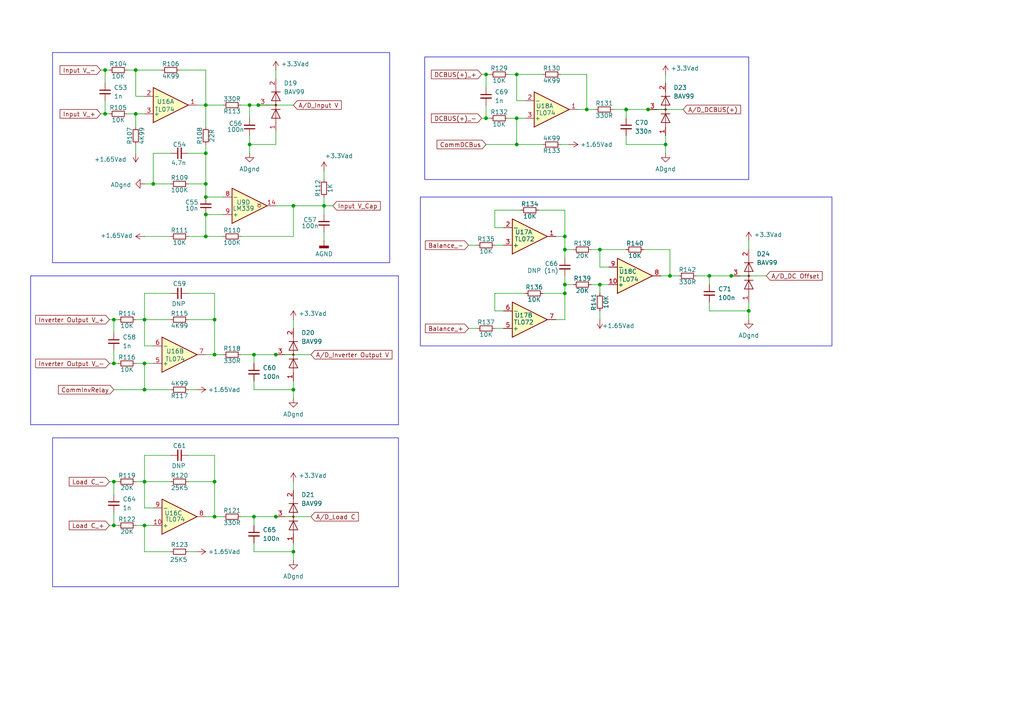
<source format=kicad_sch>
(kicad_sch (version 20231120) (generator "eeschema") (generator_version "8.0")
  (paper "A4")
  (junction (at 431.8 251.46))
  (junction (at 273.05 397.51))
  (junction (at 363.22 76.2))
  (junction (at 41.91 92.71))
  (junction (at 149.86 34.29))
  (junction (at 376.2214 450.1531))
  (junction (at 351.79 76.2))
  (junction (at 358.14 407.67))
  (junction (at 363.22 86.36))
  (junction (at 62.23 149.86))
  (junction (at 62.23 227.33))
  (junction (at 33.02 92.71))
  (junction (at -33.02 80.01))
  (junction (at -33.02 25.4))
  (junction (at 41.91 105.41))
  (junction (at -33.02 276.86))
  (junction (at 73.66 102.87))
  (junction (at 252.73 283.21))
  (junction (at 163.83 68.58))
  (junction (at 163.83 82.55))
  (junction (at 365.76 31.75))
  (junction (at 41.91 227.33))
  (junction (at 140.97 34.29))
  (junction (at 322.58 66.04))
  (junction (at 223.52 334.01))
  (junction (at 72.39 41.91))
  (junction (at 331.47 66.04))
  (junction (at 379.73 243.84))
  (junction (at 426.72 241.3))
  (junction (at 264.16 344.17))
  (junction (at -33.02 191.77))
  (junction (at 359.41 31.75))
  (junction (at 62.23 102.87))
  (junction (at 33.02 139.7))
  (junction (at 408.94 241.3))
  (junction (at 33.02 105.41))
  (junction (at -21.59 92.71))
  (junction (at 173.99 72.39))
  (junction (at 270.51 344.17))
  (junction (at 264.16 354.33))
  (junction (at 379.73 231.14))
  (junction (at 199.39 254))
  (junction (at 41.91 113.03))
  (junction (at 59.69 57.15))
  (junction (at -33.02 106.68))
  (junction (at 370.84 41.91))
  (junction (at -33.02 52.07))
  (junction (at 252.73 276.86))
  (junction (at 371.1414 439.9931))
  (junction (at 346.71 397.51))
  (junction (at 179.07 266.7))
  (junction (at 73.66 247.65))
  (junction (at 62.23 92.71))
  (junction (at 351.79 66.04))
  (junction (at 369.57 407.67))
  (junction (at 229.87 242.57))
  (junction (at 173.99 82.55))
  (junction (at 44.45 53.34))
  (junction (at 80.01 237.49))
  (junction (at 209.55 280.67))
  (junction (at -33.02 218.44))
  (junction (at 241.3 242.57))
  (junction (at 279.4 397.51))
  (junction (at 41.91 240.03))
  (junction (at -33.02 250.19))
  (junction (at 33.02 152.4))
  (junction (at 80.01 102.87))
  (junction (at 242.57 283.21))
  (junction (at 229.87 283.21))
  (junction (at 318.77 21.59))
  (junction (at 39.37 33.02))
  (junction (at 80.01 149.86))
  (junction (at 229.87 234.95))
  (junction (at 30.48 20.32))
  (junction (at 322.58 78.74))
  (junction (at 59.69 30.48))
  (junction (at 62.23 237.49))
  (junction (at 284.48 407.67))
  (junction (at 85.09 160.02))
  (junction (at 223.52 346.71))
  (junction (at 59.69 53.34))
  (junction (at 364.49 397.51))
  (junction (at 354.33 334.01))
  (junction (at 59.69 44.45))
  (junction (at 193.04 41.91))
  (junction (at 209.55 245.11))
  (junction (at -33.02 134.62))
  (junction (at 170.18 254))
  (junction (at 170.18 266.7))
  (junction (at -21.59 204.47))
  (junction (at 252.73 344.17))
  (junction (at 369.57 76.2))
  (junction (at 406.4 354.33))
  (junction (at 199.39 264.16))
  (junction (at -21.59 147.32))
  (junction (at 401.32 344.17))
  (junction (at 275.59 354.33))
  (junction (at 358.14 397.51))
  (junction (at 209.55 275.59))
  (junction (at 209.55 234.95))
  (junction (at 163.83 85.09))
  (junction (at 347.98 31.75))
  (junction (at 327.66 21.59))
  (junction (at 199.39 261.62))
  (junction (at 33.02 227.33))
  (junction (at 149.86 21.59))
  (junction (at 41.91 152.4))
  (junction (at 149.86 41.91))
  (junction (at 140.97 21.59))
  (junction (at 261.62 397.51))
  (junction (at 85.09 247.65))
  (junction (at 388.62 231.14))
  (junction (at 217.17 90.17))
  (junction (at 394.97 344.17))
  (junction (at 187.96 31.75))
  (junction (at 383.54 344.17))
  (junction (at 353.3614 439.9931))
  (junction (at 39.37 20.32))
  (junction (at 74.93 30.48))
  (junction (at 247.65 242.57))
  (junction (at 72.39 30.48))
  (junction (at 170.18 31.75))
  (junction (at 205.74 80.01))
  (junction (at 364.7914 439.9931))
  (junction (at -33.02 161.29))
  (junction (at 252.73 252.73))
  (junction (at 85.09 59.69))
  (junction (at 331.47 78.74))
  (junction (at 163.83 72.39))
  (junction (at 41.91 139.7))
  (junction (at 73.66 237.49))
  (junction (at 273.05 285.75))
  (junction (at 364.7914 450.1531))
  (junction (at 388.62 243.84))
  (junction (at 33.02 240.03))
  (junction (at 62.23 139.7))
  (junction (at 363.22 334.01))
  (junction (at 85.09 113.03))
  (junction (at 232.41 334.01))
  (junction (at -21.59 262.89))
  (junction (at 374.65 86.36))
  (junction (at 181.61 31.75))
  (junction (at 194.31 80.01))
  (junction (at 232.41 346.71))
  (junction (at 30.48 33.02))
  (junction (at 273.05 407.67))
  (junction (at 73.66 149.86))
  (junction (at 59.69 62.23))
  (junction (at 420.37 241.3))
  (junction (at 59.69 68.58))
  (junction (at 212.09 80.01))
  (junction (at 179.07 254))
  (junction (at 93.98 59.69))
  (junction (at -21.59 38.1))
  (no_connect (at 393.7 285.75))
  (wire (pts (xy 232.41 346.71) (xy 232.41 354.33)))
  (wire (pts (xy 318.77 41.91) (xy 327.66 41.91)))
  (wire (pts (xy 420.37 248.92) (xy 420.37 251.46)))
  (wire (pts (xy 431.8 251.46) (xy 431.8 248.92)))
  (wire (pts (xy 205.74 87.63) (xy 205.74 90.17)))
  (wire (pts (xy 80.01 20.32) (xy 80.01 22.86)))
  (wire (pts (xy 358.14 397.51) (xy 358.14 400.05)))
  (wire (pts (xy 72.39 30.48) (xy 74.93 30.48)))
  (wire (pts (xy 49.53 44.45) (xy 44.45 44.45)))
  (wire (pts (xy 171.45 72.39) (xy 173.99 72.39)))
  (wire (pts (xy 431.8 251.46) (xy 431.8 254)))
  (wire (pts (xy 170.18 254) (xy 170.18 257.81)))
  (wire (pts (xy 223.52 334.01) (xy 224.79 334.01)))
  (wire (pts (xy 358.14 405.13) (xy 358.14 407.67)))
  (wire (pts (xy 353.3614 437.4531) (xy 353.3614 439.9931)))
  (wire (pts (xy 331.47 78.74) (xy 331.47 86.36)))
  (wire (pts (xy 408.94 231.14) (xy 408.94 241.3)))
  (wire (pts (xy 139.7 34.29) (xy 140.97 34.29)))
  (wire (pts (xy 365.76 31.75) (xy 375.92 31.75)))
  (wire (pts (xy 85.09 113.03) (xy 85.09 115.57)))
  (wire (pts (xy 252.73 252.73) (xy 252.73 250.19)))
  (wire (pts (xy 420.37 241.3) (xy 420.37 243.84)))
  (wire (pts (xy 149.86 34.29) (xy 152.4 34.29)))
  (wire (pts (xy 62.23 102.87) (xy 59.69 102.87)))
  (wire (pts (xy 41.91 53.34) (xy 44.45 53.34)))
  (wire (pts (xy 54.61 113.03) (xy 57.15 113.03)))
  (wire (pts (xy 57.15 30.48) (xy 59.69 30.48)))
  (wire (pts (xy 73.66 149.86) (xy 73.66 152.4)))
  (wire (pts (xy 140.97 41.91) (xy 149.86 41.91)))
  (wire (pts (xy -33.02 132.08) (xy -33.02 134.62)))
  (wire (pts (xy 187.96 31.75) (xy 198.12 31.75)))
  (wire (pts (xy 41.91 105.41) (xy 41.91 113.03)))
  (wire (pts (xy 33.02 101.6) (xy 33.02 105.41)))
  (wire (pts (xy 140.97 21.59) (xy 142.24 21.59)))
  (wire (pts (xy 33.02 113.03) (xy 41.91 113.03)))
  (wire (pts (xy 359.41 41.91) (xy 370.84 41.91)))
  (wire (pts (xy 223.52 346.71) (xy 224.79 346.71)))
  (wire (pts (xy 194.31 72.39) (xy 186.69 72.39)))
  (wire (pts (xy 279.4 397.51) (xy 289.56 397.51)))
  (wire (pts (xy 54.61 68.58) (xy 59.69 68.58)))
  (wire (pts (xy 212.09 285.75) (xy 209.55 285.75)))
  (wire (pts (xy 143.51 95.25) (xy 146.05 95.25)))
  (wire (pts (xy 193.04 21.59) (xy 193.04 24.13)))
  (wire (pts (xy 209.55 234.95) (xy 209.55 240.03)))
  (wire (pts (xy 39.37 27.94) (xy 41.91 27.94)))
  (wire (pts (xy 163.83 68.58) (xy 163.83 72.39)))
  (wire (pts (xy 39.37 92.71) (xy 41.91 92.71)))
  (wire (pts (xy 354.33 334.01) (xy 354.33 335.28)))
  (wire (pts (xy -21.59 191.77) (xy -21.59 194.31)))
  (wire (pts (xy 223.52 342.9) (xy 223.52 346.71)))
  (wire (pts (xy 199.39 264.16) (xy 196.85 264.16)))
  (wire (pts (xy 149.86 21.59) (xy 149.86 29.21)))
  (wire (pts (xy 80.01 38.1) (xy 80.01 41.91)))
  (wire (pts (xy 242.57 267.97) (xy 242.57 283.21)))
  (wire (pts (xy 80.01 149.86) (xy 90.17 149.86)))
  (wire (pts (xy 33.02 152.4) (xy 34.29 152.4)))
  (wire (pts (xy 275.59 354.33) (xy 275.59 356.87)))
  (wire (pts (xy 93.98 57.15) (xy 93.98 59.69)))
  (wire (pts (xy 173.99 90.17) (xy 173.99 92.71)))
  (wire (pts (xy 80.01 237.49) (xy 90.17 237.49)))
  (wire (pts (xy 179.07 266.7) (xy 181.61 266.7)))
  (wire (pts (xy 73.66 237.49) (xy 73.66 240.03)))
  (wire (pts (xy 229.87 283.21) (xy 232.41 283.21)))
  (wire (pts (xy 170.18 31.75) (xy 167.64 31.75)))
  (wire (pts (xy 93.98 59.69) (xy 96.52 59.69)))
  (wire (pts (xy 199.39 245.11) (xy 199.39 254)))
  (wire (pts (xy 199.39 254) (xy 199.39 261.62)))
  (wire (pts (xy 252.73 344.17) (xy 250.19 344.17)))
  (wire (pts (xy 259.08 397.51) (xy 261.62 397.51)))
  (wire (pts (xy 54.61 85.09) (xy 62.23 85.09)))
  (wire (pts (xy 147.32 21.59) (xy 149.86 21.59)))
  (wire (pts (xy 358.14 407.67) (xy 369.57 407.67)))
  (wire (pts (xy 431.8 231.14) (xy 431.8 233.68)))
  (wire (pts (xy 363.22 83.82) (xy 363.22 86.36)))
  (wire (pts (xy 229.87 346.71) (xy 232.41 346.71)))
  (wire (pts (xy 379.73 231.14) (xy 381 231.14)))
  (wire (pts (xy 168.91 266.7) (xy 170.18 266.7)))
  (wire (pts (xy 179.07 254) (xy 186.69 254)))
  (wire (pts (xy -21.59 52.07) (xy -21.59 48.26)))
  (wire (pts (xy 62.23 227.33) (xy 66.04 227.33)))
  (wire (pts (xy 364.7914 447.6131) (xy 364.7914 450.1531)))
  (wire (pts (xy 229.87 283.21) (xy 227.33 283.21)))
  (wire (pts (xy 273.05 285.75) (xy 275.59 285.75)))
  (wire (pts (xy 232.41 354.33) (xy 240.03 354.33)))
  (wire (pts (xy 371.1414 439.9931) (xy 381.3014 439.9931)))
  (wire (pts (xy 85.09 227.33) (xy 85.09 229.87)))
  (wire (pts (xy 222.25 334.01) (xy 223.52 334.01)))
  (wire (pts (xy 273.05 276.86) (xy 273.05 285.75)))
  (wire (pts (xy 264.16 344.17) (xy 270.51 344.17)))
  (wire (pts (xy 331.47 66.04) (xy 331.47 73.66)))
  (wire (pts (xy 163.83 82.55) (xy 163.83 85.09)))
  (wire (pts (xy 41.91 240.03) (xy 41.91 247.65)))
  (wire (pts (xy 369.57 407.67) (xy 369.57 405.13)))
  (wire (pts (xy 179.07 274.32) (xy 179.07 276.86)))
  (wire (pts (xy 351.79 76.2) (xy 349.25 76.2)))
  (wire (pts (xy 41.91 113.03) (xy 49.53 113.03)))
  (wire (pts (xy 369.57 407.67) (xy 369.57 410.21)))
  (wire (pts (xy 85.09 59.69) (xy 80.01 59.69)))
  (wire (pts (xy 318.77 30.48) (xy 318.77 34.29)))
  (wire (pts (xy 229.87 242.57) (xy 227.33 242.57)))
  (wire (pts (xy 85.09 113.03) (xy 85.09 110.49)))
  (wire (pts (xy 201.93 80.01) (xy 205.74 80.01)))
  (wire (pts (xy 331.47 78.74) (xy 334.01 78.74)))
  (wire (pts (xy -21.59 33.02) (xy -21.59 38.1)))
  (wire (pts (xy 375.92 334.01) (xy 383.54 334.01)))
  (wire (pts (xy 383.54 344.17) (xy 381 344.17)))
  (wire (pts (xy 72.39 39.37) (xy 72.39 41.91)))
  (wire (pts (xy -21.59 204.47) (xy -21.59 209.55)))
  (wire (pts (xy 163.83 60.96) (xy 156.21 60.96)))
  (wire (pts (xy 379.73 240.03) (xy 379.73 243.84)))
  (wire (pts (xy 85.09 247.65) (xy 85.09 245.11)))
  (wire (pts (xy 59.69 44.45) (xy 59.69 53.34)))
  (wire (pts (xy 317.5 21.59) (xy 318.77 21.59)))
  (wire (pts (xy 62.23 102.87) (xy 64.77 102.87)))
  (wire (pts (xy 354.33 407.67) (xy 358.14 407.67)))
  (wire (pts (xy 44.45 53.34) (xy 49.53 53.34)))
  (wire (pts (xy 179.07 266.7) (xy 179.07 269.24)))
  (wire (pts (xy 322.58 74.93) (xy 322.58 78.74)))
  (wire (pts (xy -33.02 250.19) (xy -21.59 250.19)))
  (wire (pts (xy 93.98 49.53) (xy 93.98 52.07)))
  (wire (pts (xy 80.01 41.91) (xy 72.39 41.91)))
  (wire (pts (xy 237.49 242.57) (xy 241.3 242.57)))
  (wire (pts (xy 152.4 85.09) (xy 143.51 85.09)))
  (wire (pts (xy 360.9814 450.1531) (xy 364.7914 450.1531)))
  (wire (pts (xy 173.99 72.39) (xy 173.99 77.47)))
  (wire (pts (xy 232.41 346.71) (xy 234.95 346.71)))
  (wire (pts (xy 177.8 31.75) (xy 181.61 31.75)))
  (wire (pts (xy 85.09 160.02) (xy 85.09 157.48)))
  (wire (pts (xy 252.73 334.01) (xy 252.73 344.17)))
  (wire (pts (xy 39.37 105.41) (xy 41.91 105.41)))
  (wire (pts (xy 33.02 139.7) (xy 34.29 139.7)))
  (wire (pts (xy 363.22 341.63) (xy 365.76 341.63)))
  (wire (pts (xy 41.91 234.95) (xy 44.45 234.95)))
  (wire (pts (xy -21.59 38.1) (xy -19.05 38.1)))
  (wire (pts (xy 217.17 228.6) (xy 209.55 228.6)))
  (wire (pts (xy 69.85 68.58) (xy 85.09 68.58)))
  (wire (pts (xy 376.2214 450.1531) (xy 376.2214 452.6931)))
  (wire (pts (xy 181.61 261.62) (xy 179.07 261.62)))
  (wire (pts (xy -33.02 106.68) (xy -33.02 109.22)))
  (wire (pts (xy 359.41 76.2) (xy 363.22 76.2)))
  (wire (pts (xy 31.75 240.03) (xy 33.02 240.03)))
  (wire (pts (xy 30.48 29.21) (xy 30.48 33.02)))
  (wire (pts (xy 379.73 231.14) (xy 379.73 234.95)))
  (wire (pts (xy 374.65 86.36) (xy 374.65 83.82)))
  (wire (pts (xy 149.86 41.91) (xy 157.48 41.91)))
  (wire (pts (xy 327.66 21.59) (xy 327.66 29.21)))
  (wire (pts (xy 209.55 234.95) (xy 217.17 234.95)))
  (wire (pts (xy 41.91 240.03) (xy 44.45 240.03)))
  (wire (pts (xy -21.59 134.62) (xy -21.59 137.16)))
  (wire (pts (xy 363.22 76.2) (xy 369.57 76.2)))
  (wire (pts (xy 73.66 113.03) (xy 85.09 113.03)))
  (wire (pts (xy 378.46 231.14) (xy 379.73 231.14)))
  (wire (pts (xy -21.59 106.68) (xy -21.59 102.87)))
  (wire (pts (xy 33.02 148.59) (xy 33.02 152.4)))
  (wire (pts (xy 388.62 231.14) (xy 388.62 238.76)))
  (wire (pts (xy 406.4 354.33) (xy 406.4 356.87)))
  (wire (pts (xy 151.13 60.96) (xy 143.51 60.96)))
  (wire (pts (xy 325.12 21.59) (xy 327.66 21.59)))
  (wire (pts (xy -33.02 161.29) (xy -21.59 161.29)))
  (wire (pts (xy 41.91 85.09) (xy 41.91 92.71)))
  (wire (pts (xy 54.61 160.02) (xy 57.15 160.02)))
  (wire (pts (xy 49.53 132.08) (xy 41.91 132.08)))
  (wire (pts (xy 39.37 152.4) (xy 41.91 152.4)))
  (wire (pts (xy 30.48 33.02) (xy 31.75 33.02)))
  (wire (pts (xy 168.91 254) (xy 170.18 254)))
  (wire (pts (xy 59.69 62.23) (xy 64.77 62.23)))
  (wire (pts (xy 217.17 90.17) (xy 217.17 87.63)))
  (wire (pts (xy 321.31 66.04) (xy 322.58 66.04)))
  (wire (pts (xy 205.74 80.01) (xy 205.74 82.55)))
  (wire (pts (xy 62.23 149.86) (xy 64.77 149.86)))
  (wire (pts (xy 64.77 68.58) (xy 59.69 68.58)))
  (wire (pts (xy 176.53 266.7) (xy 179.07 266.7)))
  (wire (pts (xy 252.73 252.73) (xy 252.73 255.27)))
  (wire (pts (xy 209.55 240.03) (xy 212.09 240.03)))
  (wire (pts (xy 232.41 334.01) (xy 240.03 334.01)))
  (wire (pts (xy 143.51 85.09) (xy 143.51 90.17)))
  (wire (pts (xy 163.83 85.09) (xy 163.83 92.71)))
  (wire (pts (xy 401.32 344.17) (xy 411.48 344.17)))
  (wire (pts (xy 59.69 30.48) (xy 59.69 20.32)))
  (wire (pts (xy 327.66 29.21) (xy 330.2 29.21)))
  (wire (pts (xy -21.59 25.4) (xy -21.59 27.94)))
  (wire (pts (xy 62.23 227.33) (xy 62.23 237.49)))
  (wire (pts (xy 173.99 82.55) (xy 173.99 85.09)))
  (wire (pts (xy 205.74 80.01) (xy 212.09 80.01)))
  (wire (pts (xy 420.37 251.46) (xy 431.8 251.46)))
  (wire (pts (xy 229.87 242.57) (xy 232.41 242.57)))
  (wire (pts (xy 140.97 34.29) (xy 142.24 34.29)))
  (wire (pts (xy 41.91 92.71) (xy 49.53 92.71)))
  (wire (pts (xy 41.91 152.4) (xy 44.45 152.4)))
  (wire (pts (xy 217.17 250.19) (xy 219.71 250.19)))
  (wire (pts (xy 241.3 252.73) (xy 252.73 252.73)))
  (wire (pts (xy 359.41 39.37) (xy 359.41 41.91)))
  (wire (pts (xy -33.02 25.4) (xy -21.59 25.4)))
  (wire (pts (xy 231.14 267.97) (xy 242.57 267.97)))
  (wire (pts (xy 41.91 68.58) (xy 49.53 68.58)))
  (wire (pts (xy 31.75 139.7) (xy 33.02 139.7)))
  (wire (pts (xy -33.02 161.29) (xy -33.02 163.83)))
  (wire (pts (xy 284.48 407.67) (xy 284.48 410.21)))
  (wire (pts (xy 191.77 254) (xy 199.39 254)))
  (wire (pts (xy 388.62 231.14) (xy 396.24 231.14)))
  (wire (pts (xy 173.99 82.55) (xy 176.53 82.55)))
  (wire (pts (xy 351.79 66.04) (xy 351.79 76.2)))
  (wire (pts (xy 388.62 243.84) (xy 388.62 251.46)))
  (wire (pts (xy 93.98 62.23) (xy 93.98 59.69)))
  (wire (pts (xy 388.62 238.76) (xy 391.16 238.76)))
  (wire (pts (xy -21.59 147.32) (xy -21.59 152.4)))
  (wire (pts (xy 394.97 351.79) (xy 394.97 354.33)))
  (wire (pts (xy 62.23 149.86) (xy 59.69 149.86)))
  (wire (pts (xy 265.43 276.86) (xy 273.05 276.86)))
  (wire (pts (xy 62.23 132.08) (xy 62.23 139.7)))
  (wire (pts (xy 85.09 247.65) (xy 85.09 250.19)))
  (wire (pts (xy 41.91 160.02) (xy 49.53 160.02)))
  (wire (pts (xy 241.3 242.57) (xy 247.65 242.57)))
  (wire (pts (xy 232.41 341.63) (xy 234.95 341.63)))
  (wire (pts (xy 69.85 149.86) (xy 73.66 149.86)))
  (wire (pts (xy 59.69 68.58) (xy 59.69 62.23)))
  (wire (pts (xy 252.73 288.29) (xy 252.73 290.83)))
  (wire (pts (xy 346.71 397.51) (xy 349.25 397.51)))
  (wire (pts (xy -33.02 25.4) (xy -33.02 30.48)))
  (wire (pts (xy 359.41 31.75) (xy 365.76 31.75)))
  (wire (pts (xy 135.89 95.25) (xy 138.43 95.25)))
  (wire (pts (xy 394.97 344.17) (xy 394.97 346.71)))
  (wire (pts (xy 147.32 34.29) (xy 149.86 34.29)))
  (wire (pts (xy -33.02 247.65) (xy -33.02 250.19)))
  (wire (pts (xy 218.44 261.62) (xy 252.73 261.62)))
  (wire (pts (xy 224.79 275.59) (xy 229.87 275.59)))
  (wire (pts (xy 264.16 344.17) (xy 264.16 346.71)))
  (wire (pts (xy 252.73 261.62) (xy 252.73 276.86)))
  (wire (pts (xy 358.14 397.51) (xy 364.49 397.51)))
  (wire (pts (xy 260.35 344.17) (xy 264.16 344.17)))
  (wire (pts (xy 163.83 72.39) (xy 163.83 74.93)))
  (wire (pts (xy 39.37 240.03) (xy 41.91 240.03)))
  (wire (pts (xy 72.39 30.48) (xy 72.39 34.29)))
  (wire (pts (xy 376.2214 450.1531) (xy 376.2214 447.6131)))
  (wire (pts (xy 229.87 275.59) (xy 229.87 283.21)))
  (wire (pts (xy 364.49 397.51) (xy 374.65 397.51)))
  (wire (pts (xy 408.94 241.3) (xy 406.4 241.3)))
  (wire (pts (xy 39.37 41.91) (xy 39.37 44.45)))
  (wire (pts (xy 69.85 102.87) (xy 73.66 102.87)))
  (wire (pts (xy 383.54 334.01) (xy 383.54 344.17)))
  (wire (pts (xy 275.59 354.33) (xy 275.59 351.79)))
  (wire (pts (xy 378.46 288.29) (xy 375.92 288.29)))
  (wire (pts (xy 149.86 29.21) (xy 152.4 29.21)))
  (wire (pts (xy -33.02 77.47) (xy -33.02 80.01)))
  (wire (pts (xy 322.58 78.74) (xy 323.85 78.74)))
  (wire (pts (xy 209.55 280.67) (xy 212.09 280.67)))
  (wire (pts (xy 321.31 78.74) (xy 322.58 78.74)))
  (wire (pts (xy 205.74 90.17) (xy 217.17 90.17)))
  (wire (pts (xy 363.22 334.01) (xy 370.84 334.01)))
  (wire (pts (xy 33.02 227.33) (xy 33.02 231.14)))
  (wire (pts (xy 391.16 344.17) (xy 394.97 344.17)))
  (wire (pts (xy 344.17 397.51) (xy 346.71 397.51)))
  (wire (pts (xy 54.61 44.45) (xy 59.69 44.45)))
  (wire (pts (xy 369.57 387.35) (xy 369.57 389.89)))
  (wire (pts (xy -21.59 257.81) (xy -21.59 262.89)))
  (wire (pts (xy -21.59 262.89) (xy -21.59 267.97)))
  (wire (pts (xy 355.6 31.75) (xy 359.41 31.75)))
  (wire (pts (xy 181.61 31.75) (xy 187.96 31.75)))
  (wire (pts (xy 74.93 30.48) (xy 85.09 30.48)))
  (wire (pts (xy 54.61 139.7) (xy 62.23 139.7)))
  (wire (pts (xy 386.08 243.84) (xy 388.62 243.84)))
  (wire (pts (xy 143.51 60.96) (xy 143.51 66.04)))
  (wire (pts (xy 242.57 283.21) (xy 240.03 283.21)))
  (wire (pts (xy 252.73 344.17) (xy 255.27 344.17)))
  (wire (pts (xy 327.66 34.29) (xy 327.66 41.91)))
  (wire (pts (xy 33.02 105.41) (xy 34.29 105.41)))
  (wire (pts (xy 245.11 334.01) (xy 252.73 334.01)))
  (wire (pts (xy 241.3 242.57) (xy 241.3 245.11)))
  (wire (pts (xy 41.91 132.08) (xy 41.91 139.7)))
  (wire (pts (xy 242.57 283.21) (xy 245.11 283.21)))
  (wire (pts (xy 209.55 267.97) (xy 209.55 275.59)))
  (wire (pts (xy 181.61 39.37) (xy 181.61 41.91)))
  (wire (pts (xy 33.02 139.7) (xy 33.02 143.51)))
  (wire (pts (xy 73.66 160.02) (xy 85.09 160.02)))
  (wire (pts (xy -33.02 191.77) (xy -33.02 196.85)))
  (wire (pts (xy 157.48 85.09) (xy 163.83 85.09)))
  (wire (pts (xy 72.39 41.91) (xy 72.39 44.45)))
  (wire (pts (xy 247.65 242.57) (xy 257.81 242.57)))
  (wire (pts (xy 69.85 30.48) (xy 72.39 30.48)))
  (wire (pts (xy 209.55 228.6) (xy 209.55 234.95)))
  (wire (pts (xy 209.55 245.11) (xy 212.09 245.11)))
  (wire (pts (xy 364.7914 439.9931) (xy 364.7914 442.5331)))
  (wire (pts (xy 41.91 147.32) (xy 44.45 147.32)))
  (wire (pts (xy 162.56 41.91) (xy 165.1 41.91)))
  (wire (pts (xy 31.75 92.71) (xy 33.02 92.71)))
  (wire (pts (xy 41.91 100.33) (xy 44.45 100.33)))
  (wire (pts (xy 379.73 243.84) (xy 381 243.84)))
  (wire (pts (xy -21.59 38.1) (xy -21.59 43.18)))
  (wire (pts (xy 33.02 227.33) (xy 34.29 227.33)))
  (wire (pts (xy 85.09 139.7) (xy 85.09 142.24)))
  (wire (pts (xy -33.02 250.19) (xy -33.02 255.27)))
  (wire (pts (xy 378.46 243.84) (xy 379.73 243.84)))
  (wire (pts (xy 162.56 21.59) (xy 170.18 21.59)))
  (wire (pts (xy -21.59 199.39) (xy -21.59 204.47)))
  (wire (pts (xy 41.91 92.71) (xy 41.91 100.33)))
  (wire (pts (xy 273.05 405.13) (xy 273.05 407.67)))
  (wire (pts (xy -33.02 191.77) (xy -21.59 191.77)))
  (wire (pts (xy 273.05 285.75) (xy 270.51 285.75)))
  (wire (pts (xy 161.29 68.58) (xy 163.83 68.58)))
  (wire (pts (xy 143.51 90.17) (xy 146.05 90.17)))
  (wire (pts (xy 54.61 247.65) (xy 73.66 247.65)))
  (wire (pts (xy 350.8214 450.1531) (xy 355.9014 450.1531)))
  (wire (pts (xy 54.61 92.71) (xy 62.23 92.71)))
  (wire (pts (xy 163.83 92.71) (xy 161.29 92.71)))
  (wire (pts (xy 73.66 102.87) (xy 73.66 105.41)))
  (wire (pts (xy 375.92 283.21) (xy 378.46 283.21)))
  (wire (pts (xy 331.47 73.66) (xy 334.01 73.66)))
  (wire (pts (xy 351.79 66.04) (xy 354.33 66.04)))
  (wire (pts (xy 62.23 237.49) (xy 59.69 237.49)))
  (wire (pts (xy -33.02 212.09) (xy -33.02 218.44)))
  (wire (pts (xy 39.37 33.02) (xy 41.91 33.02)))
  (wire (pts (xy 322.58 66.04) (xy 322.58 69.85)))
  (wire (pts (xy 140.97 30.48) (xy 140.97 34.29)))
  (wire (pts (xy -21.59 87.63) (xy -21.59 92.71)))
  (wire (pts (xy 241.3 250.19) (xy 241.3 252.73)))
  (wire (pts (xy 143.51 71.12) (xy 146.05 71.12)))
  (wire (pts (xy 41.91 247.65) (xy 49.53 247.65)))
  (wire (pts (xy 39.37 20.32) (xy 46.99 20.32)))
  (wire (pts (xy 363.22 86.36) (xy 374.65 86.36)))
  (wire (pts (xy -33.02 134.62) (xy -21.59 134.62)))
  (wire (pts (xy 273.05 407.67) (xy 284.48 407.67)))
  (wire (pts (xy 226.06 267.97) (xy 209.55 267.97)))
  (wire (pts (xy 212.09 80.01) (xy 222.25 80.01)))
  (wire (pts (xy -33.02 100.33) (xy -33.02 106.68)))
  (wire (pts (xy 354.33 341.63) (xy 353.06 341.63)))
  (wire (pts (xy 347.98 31.75) (xy 350.52 31.75)))
  (wire (pts (xy 33.02 92.71) (xy 34.29 92.71)))
  (wire (pts (xy 93.98 59.69) (xy 85.09 59.69)))
  (wire (pts (xy 347.98 31.75) (xy 345.44 31.75)))
  (wire (pts (xy 54.61 132.08) (xy 62.23 132.08)))
  (wire (pts (xy 170.18 266.7) (xy 171.45 266.7)))
  (wire (pts (xy 207.01 280.67) (xy 209.55 280.67)))
  (wire (pts (xy 376.2214 429.8331) (xy 376.2214 432.3731)))
  (wire (pts (xy 41.91 227.33) (xy 49.53 227.33)))
  (wire (pts (xy 420.37 241.3) (xy 426.72 241.3)))
  (wire (pts (xy 322.58 66.04) (xy 323.85 66.04)))
  (wire (pts (xy 375.92 288.29) (xy 375.92 290.83)))
  (wire (pts (xy 31.75 105.41) (xy 33.02 105.41)))
  (wire (pts (xy 29.21 20.32) (xy 30.48 20.32)))
  (wire (pts (xy 354.33 334.01) (xy 355.6 334.01)))
  (wire (pts (xy 269.24 407.67) (xy 273.05 407.67)))
  (wire (pts (xy 217.17 90.17) (xy 217.17 92.71)))
  (wire (pts (xy 194.31 80.01) (xy 194.31 72.39)))
  (wire (pts (xy 250.19 283.21) (xy 252.73 283.21)))
  (wire (pts (xy 364.7914 450.1531) (xy 376.2214 450.1531)))
  (wire (pts (xy 135.89 71.12) (xy 138.43 71.12)))
  (wire (pts (xy 327.66 21.59) (xy 335.28 21.59)))
  (wire (pts (xy 354.33 397.51) (xy 358.14 397.51)))
  (wire (pts (xy 54.61 227.33) (xy 62.23 227.33)))
  (wire (pts (xy 80.01 102.87) (xy 90.17 102.87)))
  (wire (pts (xy 29.21 33.02) (xy 30.48 33.02)))
  (wire (pts (xy -33.02 80.01) (xy -33.02 85.09)))
  (wire (pts (xy 318.77 21.59) (xy 318.77 25.4)))
  (wire (pts (xy 374.65 66.04) (xy 374.65 68.58)))
  (wire (pts (xy -21.59 80.01) (xy -21.59 82.55)))
  (wire (pts (xy 171.45 82.55) (xy 173.99 82.55)))
  (wire (pts (xy 73.66 110.49) (xy 73.66 113.03)))
  (wire (pts (xy 212.09 250.19) (xy 209.55 250.19)))
  (wire (pts (xy 217.17 69.85) (xy 217.17 72.39)))
  (wire (pts (xy 270.51 344.17) (xy 280.67 344.17)))
  (wire (pts (xy 284.48 387.35) (xy 284.48 389.89)))
  (wire (pts (xy 252.73 283.21) (xy 255.27 283.21)))
  (wire (pts (xy 62.23 92.71) (xy 62.23 102.87)))
  (wire (pts (xy -21.59 142.24) (xy -21.59 147.32)))
  (wire (pts (xy 360.68 334.01) (xy 363.22 334.01)))
  (wire (pts (xy 62.23 85.09) (xy 62.23 92.71)))
  (wire (pts (xy 328.93 78.74) (xy 331.47 78.74)))
  (wire (pts (xy 264.16 351.79) (xy 264.16 354.33)))
  (wire (pts (xy 199.39 280.67) (xy 199.39 264.16)))
  (wire (pts (xy 408.94 241.3) (xy 411.48 241.3)))
  (wire (pts (xy 73.66 102.87) (xy 80.01 102.87)))
  (wire (pts (xy 41.91 139.7) (xy 41.91 147.32)))
  (wire (pts (xy -33.02 45.72) (xy -33.02 52.07)))
  (wire (pts (xy -33.02 52.07) (xy -21.59 52.07)))
  (wire (pts (xy 33.02 92.71) (xy 33.02 96.52)))
  (wire (pts (xy 39.37 36.83) (xy 39.37 33.02)))
  (wire (pts (xy 394.97 344.17) (xy 401.32 344.17)))
  (wire (pts (xy 388.62 243.84) (xy 391.16 243.84)))
  (wire (pts (xy 85.09 68.58) (xy 85.09 59.69)))
  (wire (pts (xy 360.9814 439.9931) (xy 364.7914 439.9931)))
  (wire (pts (xy 36.83 33.02) (xy 39.37 33.02)))
  (wire (pts (xy 347.98 21.59) (xy 347.98 31.75)))
  (wire (pts (xy 199.39 261.62) (xy 199.39 264.16)))
  (wire (pts (xy 363.22 346.71) (xy 365.76 346.71)))
  (wire (pts (xy -21.59 276.86) (xy -21.59 273.05)))
  (wire (pts (xy 149.86 21.59) (xy 157.48 21.59)))
  (wire (pts (xy 386.08 231.14) (xy 388.62 231.14)))
  (wire (pts (xy 261.62 387.35) (xy 261.62 389.89)))
  (wire (pts (xy -21.59 92.71) (xy -21.59 97.79)))
  (wire (pts (xy 374.65 86.36) (xy 374.65 88.9)))
  (wire (pts (xy 69.85 237.49) (xy 73.66 237.49)))
  (wire (pts (xy 52.07 20.32) (xy 59.69 20.32)))
  (wire (pts (xy 331.47 66.04) (xy 339.09 66.04)))
  (wire (pts (xy 370.84 41.91) (xy 370.84 44.45)))
  (wire (pts (xy 261.62 394.97) (xy 261.62 397.51)))
  (wire (pts (xy 49.53 85.09) (xy 41.91 85.09)))
  (wire (pts (xy 201.93 245.11) (xy 199.39 245.11)))
  (wire (pts (xy 181.61 72.39) (xy 173.99 72.39)))
  (wire (pts (xy 31.75 227.33) (xy 33.02 227.33)))
  (wire (pts (xy 62.23 139.7) (xy 62.23 149.86)))
  (wire (pts (xy 191.77 80.01) (xy 194.31 80.01)))
  (wire (pts (xy 41.91 105.41) (xy 44.45 105.41)))
  (wire (pts (xy 41.91 152.4) (xy 41.91 160.02)))
  (wire (pts (xy 222.25 228.6) (xy 229.87 228.6)))
  (wire (pts (xy 252.73 276.86) (xy 252.73 283.21)))
  (wire (pts (xy 255.27 288.29) (xy 252.73 288.29)))
  (wire (pts (xy 30.48 20.32) (xy 30.48 24.13)))
  (wire (pts (xy 232.41 334.01) (xy 232.41 341.63)))
  (wire (pts (xy 73.66 247.65) (xy 85.09 247.65)))
  (wire (pts (xy 229.87 334.01) (xy 232.41 334.01)))
  (wire (pts (xy 173.99 77.47) (xy 176.53 77.47)))
  (wire (pts (xy 354.33 340.36) (xy 354.33 341.63)))
  (wire (pts (xy 353.3614 429.8331) (xy 353.3614 432.3731)))
  (wire (pts (xy 340.36 21.59) (xy 347.98 21.59)))
  (wire (pts (xy 193.04 41.91) (xy 193.04 39.37)))
  (wire (pts (xy 359.41 31.75) (xy 359.41 34.29)))
  (wire (pts (xy -33.02 106.68) (xy -21.59 106.68)))
  (wire (pts (xy -33.02 22.86) (xy -33.02 25.4)))
  (wire (pts (xy 59.69 30.48) (xy 64.77 30.48)))
  (wire (pts (xy 394.97 354.33) (xy 406.4 354.33)))
  (wire (pts (xy -21.59 250.19) (xy -21.59 252.73)))
  (wire (pts (xy 73.66 245.11) (xy 73.66 247.65)))
  (wire (pts (xy -21.59 204.47) (xy -19.05 204.47)))
  (wire (pts (xy 252.73 232.41) (xy 252.73 234.95)))
  (wire (pts (xy 346.71 387.35) (xy 346.71 389.89)))
  (wire (pts (xy -33.02 134.62) (xy -33.02 139.7)))
  (wire (pts (xy 353.3614 439.9931) (xy 355.9014 439.9931)))
  (wire (pts (xy 170.18 262.89) (xy 170.18 266.7)))
  (wire (pts (xy -21.59 147.32) (xy -19.05 147.32)))
  (wire (pts (xy 73.66 237.49) (xy 80.01 237.49)))
  (wire (pts (xy 363.22 334.01) (xy 363.22 341.63)))
  (wire (pts (xy 370.84 41.91) (xy 370.84 39.37)))
  (wire (pts (xy 388.62 251.46) (xy 396.24 251.46)))
  (wire (pts (xy 383.54 344.17) (xy 386.08 344.17)))
  (wire (pts (xy 344.17 407.67) (xy 349.25 407.67)))
  (wire (pts (xy 318.77 21.59) (xy 320.04 21.59)))
  (wire (pts (xy 54.61 53.34) (xy 59.69 53.34)))
  (wire (pts (xy 201.93 280.67) (xy 199.39 280.67)))
  (wire (pts (xy 179.07 254) (xy 179.07 261.62)))
  (wire (pts (xy 36.83 20.32) (xy 39.37 20.32)))
  (wire (pts (xy 269.24 397.51) (xy 273.05 397.51)))
  (wire (pts (xy -21.59 92.71) (xy -19.05 92.71)))
  (wire (pts (xy 41.91 139.7) (xy 49.53 139.7)))
  (wire (pts (xy 317.5 34.29) (xy 318.77 34.29)))
  (wire (pts (xy 416.56 241.3) (xy 420.37 241.3)))
  (wire (pts (xy 401.32 231.14) (xy 408.94 231.14)))
  (wire (pts (xy 222.25 346.71) (xy 223.52 346.71)))
  (wire (pts (xy 163.83 72.39) (xy 166.37 72.39)))
  (wire (pts (xy 85.09 160.02) (xy 85.09 162.56)))
  (wire (pts (xy 346.71 394.97) (xy 346.71 397.51)))
  (wire (pts (xy 163.83 82.55) (xy 166.37 82.55)))
  (wire (pts (xy 252.73 276.86) (xy 260.35 276.86)))
  (wire (pts (xy 163.83 80.01) (xy 163.83 82.55)))
  (wire (pts (xy 259.08 407.67) (xy 264.16 407.67)))
  (wire (pts (xy 31.75 152.4) (xy 33.02 152.4)))
  (wire (pts (xy 62.23 237.49) (xy 64.77 237.49)))
  (wire (pts (xy 193.04 41.91) (xy 193.04 44.45)))
  (wire (pts (xy 217.17 275.59) (xy 209.55 275.59)))
  (wire (pts (xy -33.02 276.86) (xy -33.02 279.4)))
  (wire (pts (xy 39.37 139.7) (xy 41.91 139.7)))
  (wire (pts (xy 207.01 245.11) (xy 209.55 245.11)))
  (wire (pts (xy 176.53 254) (xy 179.07 254)))
  (wire (pts (xy 370.84 21.59) (xy 370.84 24.13)))
  (wire (pts (xy 353.06 334.01) (xy 354.33 334.01)))
  (wire (pts (xy 33.02 236.22) (xy 33.02 240.03)))
  (wire (pts (xy -33.02 154.94) (xy -33.02 161.29)))
  (wire (pts (xy 401.32 251.46) (xy 403.86 251.46)))
  (wire (pts (xy -33.02 52.07) (xy -33.02 54.61)))
  (wire (pts (xy 163.83 68.58) (xy 163.83 60.96)))
  (wire (pts (xy 30.48 20.32) (xy 31.75 20.32)))
  (wire (pts (xy 275.59 334.01) (xy 275.59 336.55)))
  (wire (pts (xy -21.59 218.44) (xy -21.59 214.63)))
  (wire (pts (xy -33.02 189.23) (xy -33.02 191.77)))
  (wire (pts (xy 140.97 21.59) (xy 140.97 25.4)))
  (wire (pts (xy 199.39 261.62) (xy 213.36 261.62)))
  (wire (pts (xy 229.87 234.95) (xy 229.87 242.57)))
  (wire (pts (xy 44.45 44.45) (xy 44.45 53.34)))
  (wire (pts (xy -33.02 218.44) (xy -21.59 218.44)))
  (wire (pts (xy 273.05 397.51) (xy 273.05 400.05)))
  (wire (pts (xy 41.91 227.33) (xy 41.91 234.95)))
  (wire (pts (xy 331.47 86.36) (xy 339.09 86.36)))
  (wire (pts (xy 181.61 41.91) (xy 193.04 41.91)))
  (wire (pts (xy 209.55 285.75) (xy 209.55 288.29)))
  (wire (pts (xy 73.66 157.48) (xy 73.66 160.02)))
  (wire (pts (xy 364.7914 439.9931) (xy 371.1414 439.9931)))
  (wire (pts (xy 245.11 354.33) (xy 264.16 354.33)))
  (wire (pts (xy -33.02 276.86) (xy -21.59 276.86)))
  (wire (pts (xy 229.87 228.6) (xy 229.87 234.95)))
  (wire (pts (xy 170.18 254) (xy 171.45 254)))
  (wire (pts (xy 406.4 354.33) (xy 406.4 351.79)))
  (wire (pts (xy 85.09 92.71) (xy 85.09 95.25)))
  (wire (pts (xy 426.72 241.3) (xy 436.88 241.3)))
  (wire (pts (xy 139.7 21.59) (xy 140.97 21.59)))
  (wire (pts (xy 273.05 397.51) (xy 279.4 397.51)))
  (wire (pts (xy -21.59 161.29) (xy -21.59 157.48)))
  (wire (pts (xy 170.18 21.59) (xy 170.18 31.75)))
  (wire (pts (xy 59.69 53.34) (xy 59.69 57.15)))
  (wire (pts (xy 59.69 57.15) (xy 64.77 57.15)))
  (wire (pts (xy -33.02 270.51) (xy -33.02 276.86)))
  (wire (pts (xy 284.48 407.67) (xy 284.48 405.13)))
  (wire (pts (xy -21.59 262.89) (xy -19.05 262.89)))
  (wire (pts (xy 93.98 67.31) (xy 93.98 69.85)))
  (wire (pts (xy 327.66 34.29) (xy 330.2 34.29)))
  (wire (pts (xy 264.16 354.33) (xy 275.59 354.33)))
  (wire (pts (xy 170.18 31.75) (xy 172.72 31.75)))
  (wire (pts (xy -33.02 80.01) (xy -21.59 80.01)))
  (wire (pts (xy 350.8214 439.9931) (xy 353.3614 439.9931)))
  (wire (pts (xy 73.66 149.86) (xy 80.01 149.86)))
  (wire (pts (xy 143.51 66.04) (xy 146.05 66.04)))
  (wire (pts (xy 406.4 334.01) (xy 406.4 336.55)))
  (wire (pts (xy 328.93 66.04) (xy 331.47 66.04)))
  (wire (pts (xy 194.31 80.01) (xy 196.85 80.01)))
  (wire (pts (xy 209.55 275.59) (xy 209.55 280.67)))
  (wire (pts (xy 39.37 20.32) (xy 39.37 27.94)))
  (wire (pts (xy 33.02 240.03) (xy 34.29 240.03)))
  (wire (pts (xy 351.79 76.2) (xy 354.33 76.2)))
  (wire (pts (xy 209.55 245.11) (xy 209.55 250.19)))
  (wire (pts (xy 59.69 30.48) (xy 59.69 36.83)))
  (wire (pts (xy 344.17 86.36) (xy 363.22 86.36)))
  (wire (pts (xy 344.17 66.04) (xy 351.79 66.04)))
  (wire (pts (xy 39.37 227.33) (xy 41.91 227.33)))
  (wire (pts (xy 181.61 31.75) (xy 181.61 34.29)))
  (wire (pts (xy 223.52 334.01) (xy 223.52 337.82)))
  (wire (pts (xy 261.62 397.51) (xy 264.16 397.51)))
  (wire (pts (xy 222.25 234.95) (xy 229.87 234.95)))
  (wire (pts (xy -33.02 218.44) (xy -33.02 220.98)))
  (wire (pts (xy 149.86 34.29) (xy 149.86 41.91)))
  (wire (pts (xy 363.22 76.2) (xy 363.22 78.74)))
  (wire (pts (xy 369.57 76.2) (xy 379.73 76.2)))
  (wire (pts (xy 59.69 41.91) (xy 59.69 44.45)))
  (rectangle (start 8.89 80.01) (end 115.57 123.19))
  (rectangle (start 317.5 383.54) (end 396.24 416.56))
  (rectangle (start 123.19 16.51) (end 217.17 52.07))
  (rectangle (start -43.18 179.07) (end -11.43 231.14))
  (rectangle (start 359.41 226.06) (end 458.47 261.62))
  (rectangle (start 15.24 15.24) (end 113.03 76.2))
  (rectangle (start -43.18 12.7) (end -11.43 64.77))
  (rectangle (start 232.41 383.54) (end 311.15 416.56))
  (rectangle (start 15.24 127) (end 115.57 170.18))
  (rectangle (start 144.78 222.25) (end 299.72 302.26))
  (rectangle (start -43.18 237.49) (end -11.43 289.56))
  (rectangle (start 323.85 328.93) (end 434.34 364.49))
  (rectangle (start 300.99 60.96) (end 397.51 96.52))
  (rectangle (start -43.18 67.31) (end -11.43 119.38))
  (rectangle (start 15.24 214.63) (end 106.68 257.81))
  (rectangle (start 328.93 426.0231) (end 398.78 459.0431))
  (rectangle (start -43.18 121.92) (end -11.43 173.99))
  (rectangle (start 300.99 16.51) (end 394.97 52.07))
  (rectangle (start 367.03 278.13) (end 396.24 297.18))
  (rectangle (start 193.04 328.93) (end 298.45 364.49))
  (rectangle (start 121.92 57.15) (end 241.3 100.33))
  (global_label "Load C_-" (shape input) (at 31.75 139.7 180) (property "Intersheetrefs" "${INTERSHEET_REFS}" (effects (hide yes))))
  (global_label "Charger Current Sensor_+" (shape input) (at 222.25 346.71 180) (property "Intersheetrefs" "${INTERSHEET_REFS}" (effects (hide yes))))
  (global_label "Temperature Sensor1_-" (shape input) (at 259.08 407.67 180) (property "Intersheetrefs" "${INTERSHEET_REFS}" (effects (hide yes))))
  (global_label "CommInvRelay" (shape input) (at 363.22 346.71 180) (property "Intersheetrefs" "${INTERSHEET_REFS}" (effects (hide yes))))
  (global_label "A{slash}D_Battery V" (shape input) (at 379.73 76.2 0) (property "Intersheetrefs" "${INTERSHEET_REFS}" (effects (hide yes))))
  (global_label "Load C_+" (shape input) (at 31.75 152.4 180) (property "Intersheetrefs" "${INTERSHEET_REFS}" (effects (hide yes))))
  (global_label "CommInvRelay" (shape input) (at 33.02 113.03 180) (property "Intersheetrefs" "${INTERSHEET_REFS}" (effects (hide yes))))
  (global_label "Inverter Output C_-" (shape input) (at 168.91 254 180) (property "Intersheetrefs" "${INTERSHEET_REFS}" (effects (hide yes))))
  (global_label "UPS KVA select_-" (shape input) (at 350.8214 450.1531 180) (property "Intersheetrefs" "${INTERSHEET_REFS}" (effects (hide yes))))
  (global_label "Input C" (shape input) (at 66.04 227.33 0) (property "Intersheetrefs" "${INTERSHEET_REFS}" (effects (hide yes))))
  (global_label "Input relay V_-" (shape input) (at 378.46 231.14 180) (property "Intersheetrefs" "${INTERSHEET_REFS}" (effects (hide yes))))
  (global_label "UPS KVA select_+" (shape input) (at 350.8214 439.9931 180) (property "Intersheetrefs" "${INTERSHEET_REFS}" (effects (hide yes))))
  (global_label "Battery Sensor_+" (shape input) (at 321.31 78.74 180) (property "Intersheetrefs" "${INTERSHEET_REFS}" (effects (hide yes))))
  (global_label "Input V_+" (shape input) (at 29.21 33.02 180) (property "Intersheetrefs" "${INTERSHEET_REFS}" (effects (hide yes))))
  (global_label "A{slash}D_Input relay V" (shape input) (at 436.88 241.3 0) (property "Intersheetrefs" "${INTERSHEET_REFS}" (effects (hide yes))))
  (global_label "Input C_+" (shape input) (at 31.75 240.03 180) (property "Intersheetrefs" "${INTERSHEET_REFS}" (effects (hide yes))))
  (global_label "A{slash}D_Temperature2" (shape input) (at 374.65 397.51 0) (property "Intersheetrefs" "${INTERSHEET_REFS}" (effects (hide yes))))
  (global_label "A{slash}D_Output Relay V" (shape input) (at 411.48 344.17 0) (property "Intersheetrefs" "${INTERSHEET_REFS}" (effects (hide yes))))
  (global_label "A{slash}D_UPS KVA" (shape input) (at 381.3014 439.9931 0) (property "Intersheetrefs" "${INTERSHEET_REFS}" (effects (hide yes))))
  (global_label "Input relay V_+" (shape input) (at 378.46 243.84 180) (property "Intersheetrefs" "${INTERSHEET_REFS}" (effects (hide yes))))
  (global_label "A{slash}D_Inverter Output C" (shape input) (at 257.81 242.57 0) (property "Intersheetrefs" "${INTERSHEET_REFS}" (effects (hide yes))))
  (global_label "Temperature Sensor2_+" (shape input) (at 344.17 397.51 180) (property "Intersheetrefs" "${INTERSHEET_REFS}" (effects (hide yes))))
  (global_label "CommDCBus" (shape input) (at 140.97 41.91 180) (property "Intersheetrefs" "${INTERSHEET_REFS}" (effects (hide yes))))
  (global_label "CommDCBus" (shape input) (at 318.77 41.91 180) (property "Intersheetrefs" "${INTERSHEET_REFS}" (effects (hide yes))))
  (global_label "A{slash}D_Temperature1" (shape input) (at 289.56 397.51 0) (property "Intersheetrefs" "${INTERSHEET_REFS}" (effects (hide yes))))
  (global_label "Temperature Sensor1_+" (shape input) (at 259.08 397.51 180) (property "Intersheetrefs" "${INTERSHEET_REFS}" (effects (hide yes))))
  (global_label "Input V_Cap" (shape input) (at 96.52 59.69 0) (property "Intersheetrefs" "${INTERSHEET_REFS}" (effects (hide yes))))
  (global_label "Balance_+" (shape input) (at 135.89 95.25 180) (property "Intersheetrefs" "${INTERSHEET_REFS}" (effects (hide yes))))
  (global_label "A{slash}D_Input V" (shape input) (at 85.09 30.48 0) (property "Intersheetrefs" "${INTERSHEET_REFS}" (effects (hide yes))))
  (global_label "A{slash}D_Charger C" (shape input) (at 280.67 344.17 0) (property "Intersheetrefs" "${INTERSHEET_REFS}" (effects (hide yes))))
  (global_label "Balance_-" (shape input) (at 135.89 71.12 180) (property "Intersheetrefs" "${INTERSHEET_REFS}" (effects (hide yes))))
  (global_label "A{slash}D_Load C" (shape input) (at 90.17 149.86 0) (property "Intersheetrefs" "${INTERSHEET_REFS}" (effects (hide yes))))
  (global_label "DCBUS(+)_-" (shape input) (at 139.7 34.29 180) (property "Intersheetrefs" "${INTERSHEET_REFS}" (effects (hide yes))))
  (global_label "A{slash}D_DC Offset" (shape input) (at 222.25 80.01 0) (property "Intersheetrefs" "${INTERSHEET_REFS}" (effects (hide yes))))
  (global_label "A{slash}D_Input C" (shape input) (at 90.17 237.49 0) (property "Intersheetrefs" "${INTERSHEET_REFS}" (effects (hide yes))))
  (global_label "Input C_-" (shape input) (at 31.75 227.33 180) (property "Intersheetrefs" "${INTERSHEET_REFS}" (effects (hide yes))))
  (global_label "DCBUS(+)_-" (shape input) (at 317.5 34.29 180) (property "Intersheetrefs" "${INTERSHEET_REFS}" (effects (hide yes))))
  (global_label "DCBUS(+)_+" (shape input) (at 139.7 21.59 180) (property "Intersheetrefs" "${INTERSHEET_REFS}" (effects (hide yes))))
  (global_label "Inverter Output V_+" (shape input) (at 31.75 92.71 180) (property "Intersheetrefs" "${INTERSHEET_REFS}" (effects (hide yes))))
  (global_label "Battery Sensor" (shape input) (at 354.33 66.04 0) (property "Intersheetrefs" "${INTERSHEET_REFS}" (effects (hide yes))))
  (global_label "Temperature Sensor2_-" (shape input) (at 344.17 407.67 180) (property "Intersheetrefs" "${INTERSHEET_REFS}" (effects (hide yes))))
  (global_label "Inverter Output V_-" (shape input) (at 31.75 105.41 180) (property "Intersheetrefs" "${INTERSHEET_REFS}" (effects (hide yes))))
  (global_label "Inverter Output V_-" (shape input) (at 353.06 341.63 180) (property "Intersheetrefs" "${INTERSHEET_REFS}" (effects (hide yes))))
  (global_label "Input V_-" (shape input) (at 29.21 20.32 180) (property "Intersheetrefs" "${INTERSHEET_REFS}" (effects (hide yes))))
  (global_label "A{slash}D_DCBUS(+)" (shape input) (at 198.12 31.75 0) (property "Intersheetrefs" "${INTERSHEET_REFS}" (effects (hide yes))))
  (global_label "Battery Sensor_-" (shape input) (at 321.31 66.04 180) (property "Intersheetrefs" "${INTERSHEET_REFS}" (effects (hide yes))))
  (global_label "DCBUS(-)_-" (shape input) (at 317.5 21.59 180) (property "Intersheetrefs" "${INTERSHEET_REFS}" (effects (hide yes))))
  (global_label "Inverter Output C" (shape input) (at 275.59 285.75 0) (property "Intersheetrefs" "${INTERSHEET_REFS}" (effects (hide yes))))
  (global_label "Output Relay V_+" (shape input) (at 353.06 334.01 180) (property "Intersheetrefs" "${INTERSHEET_REFS}" (effects (hide yes))))
  (global_label "A{slash}D_DCBUS(-)" (shape input) (at 375.92 31.75 0) (property "Intersheetrefs" "${INTERSHEET_REFS}" (effects (hide yes))))
  (global_label "A{slash}D_Inverter Output V" (shape input) (at 90.17 102.87 0) (property "Intersheetrefs" "${INTERSHEET_REFS}" (effects (hide yes))))
  (global_label "Charger Current Sensor_-" (shape input) (at 222.25 334.01 180) (property "Intersheetrefs" "${INTERSHEET_REFS}" (effects (hide yes))))
  (global_label "Inverter Output C_+" (shape input) (at 168.91 266.7 180) (property "Intersheetrefs" "${INTERSHEET_REFS}" (effects (hide yes))))
  (symbol (lib_id "Diode:1N4148WS") (at 236.22 283.21 0) (unit 1)
    (property "Reference" "D29" (at 236.22 278.13 0))
    (property "Value" "1N4148WS" (at 236.22 280.416 0))
    (property "Footprint" "Diode_SMD:D_SOD-323" (effects (hide yes)))
    (property "Datasheet" "https://www.vishay.com/docs/85751/1n4148ws.pdf" (effects (hide yes)))
    (property "Description" "75V 0.15A Fast switching Diode, SOD-323" (effects (hide yes)))
    (property "Sim.Device" "D" (effects (hide yes)))
    (property "Sim.Pins" "1=K 2=A" (effects (hide yes)))
  )
  (symbol (lib_id "Device:R_Small") (at 52.07 68.58 90) (unit 1)
    (property "Reference" "R111" (at 52.07 66.802 90))
    (property "Value" "10K" (at 52.07 70.358 90))
    (property "Description" "Resistor, small symbol" (effects (hide yes)))
  )
  (symbol (lib_id "Device:R_Small") (at 140.97 95.25 90) (unit 1)
    (property "Reference" "R137" (at 140.97 93.472 90))
    (property "Value" "10K" (at 140.97 97.028 90))
    (property "Description" "Resistor, small symbol" (effects (hide yes)))
  )
  (symbol (lib_id "Amplifier_Operational:TL074") (at 373.38 344.17 0) (mirror x) (unit 2)
    (property "Reference" "U20" (at 372.364 345.694 0))
    (property "Value" "TL074" (at 372.364 343.154 0))
    (property "Datasheet" "http://www.ti.com/lit/ds/symlink/tl071.pdf" (effects (hide yes)))
    (property "Description" "Quad Low-Noise JFET-Input Operational Amplifiers, DIP-14/SOIC-14" (effects (hide yes)))
  )
  (symbol (lib_id "Device:R_Small") (at 67.31 68.58 90) (unit 1)
    (property "Reference" "R110" (at 67.31 66.802 90))
    (property "Value" "100K" (at 67.31 70.358 90))
    (property "Description" "Resistor, small symbol" (effects (hide yes)))
  )
  (symbol (lib_id "power:GNDA") (at 376.2214 452.6931 0) (unit 1)
    (property "Reference" "#PWR0185" (effects (hide yes)))
    (property "Value" "ADgnd" (at 376.2214 457.2651 0))
    (property "Description" "Power symbol creates a global label with name \"GNDA\" , analog ground" (effects (hide yes)))
  )
  (symbol (lib_id "Device:C_Small") (at 273.05 402.59 0) (unit 1)
    (property "Reference" "C93" (at 275.59 401.3262 0) (effects (justify left)))
    (property "Value" "1n" (at 275.59 403.8662 0) (effects (justify left)))
    (property "Description" "Unpolarized capacitor, small symbol" (effects (hide yes)))
  )
  (symbol (lib_id "Device:R_Small") (at 36.83 139.7 90) (unit 1)
    (property "Reference" "R119" (at 36.83 137.922 90))
    (property "Value" "20K" (at 36.83 141.478 90))
    (property "Description" "Resistor, small symbol" (effects (hide yes)))
  )
  (symbol (lib_id "Device:R_Small") (at 67.31 102.87 90) (unit 1)
    (property "Reference" "R118" (at 67.31 101.092 90))
    (property "Value" "330R" (at 67.31 104.648 90))
    (property "Description" "Resistor, small symbol" (effects (hide yes)))
  )
  (symbol (lib_id "Device:R_Small") (at 383.54 231.14 90) (unit 1)
    (property "Reference" "R172" (at 383.54 229.362 90))
    (property "Value" "10K" (at 383.54 232.918 90))
    (property "Description" "Resistor, small symbol" (effects (hide yes)))
  )
  (symbol (lib_id "power:+1V5") (at 165.1 41.91 270) (unit 1)
    (property "Reference" "#PWR0141" (effects (hide yes)))
    (property "Value" "+1.65Vad" (at 172.974 41.91 90))
    (property "Description" "Power symbol creates a global label with name \"+1V5\"" (effects (hide yes)))
  )
  (symbol (lib_id "Device:C_Small") (at 73.66 242.57 0) (unit 1)
    (property "Reference" "C68" (at 76.2 241.3062 0) (effects (justify left)))
    (property "Value" "100n" (at 76.2 243.8462 0) (effects (justify left)))
    (property "Description" "Unpolarized capacitor, small symbol" (effects (hide yes)))
  )
  (symbol (lib_id "power:+1V5") (at 57.15 160.02 270) (unit 1)
    (property "Reference" "#PWR0135" (effects (hide yes)))
    (property "Value" "+1.65Vad" (at 65.024 160.02 90))
    (property "Description" "Power symbol creates a global label with name \"+1V5\"" (effects (hide yes)))
  )
  (symbol (lib_id "Device:R_Small") (at 234.95 242.57 90) (unit 1)
    (property "Reference" "R158" (at 234.95 240.792 90))
    (property "Value" "330R" (at 234.95 244.348 90))
    (property "Description" "Resistor, small symbol" (effects (hide yes)))
  )
  (symbol (lib_id "power:+3.3VADC") (at 85.09 139.7 0) (unit 1)
    (property "Reference" "#PWR0134" (effects (hide yes)))
    (property "Value" "+3.3Vad" (at 90.678 137.922 0))
    (property "Description" "Power symbol creates a global label with name \"+3.3VADC\"" (effects (hide yes)))
  )
  (symbol (lib_id "Device:R_Small") (at 337.82 21.59 90) (unit 1)
    (property "Reference" "R144" (at 337.82 19.812 90))
    (property "Value" "4K99" (at 337.82 23.368 90))
    (property "Description" "Resistor, small symbol" (effects (hide yes)))
  )
  (symbol (lib_id "Diode:1N4148WS") (at 220.98 275.59 0) (unit 1)
    (property "Reference" "D28" (at 221.488 270.51 0))
    (property "Value" "1N4148WS" (at 221.996 272.796 0))
    (property "Footprint" "Diode_SMD:D_SOD-323" (effects (hide yes)))
    (property "Datasheet" "https://www.vishay.com/docs/85751/1n4148ws.pdf" (effects (hide yes)))
    (property "Description" "75V 0.15A Fast switching Diode, SOD-323" (effects (hide yes)))
    (property "Sim.Device" "D" (effects (hide yes)))
    (property "Sim.Pins" "1=K 2=A" (effects (hide yes)))
  )
  (symbol (lib_id "Device:C_Small") (at 394.97 349.25 0) (unit 1)
    (property "Reference" "C90" (at 397.51 347.9862 0) (effects (justify left)))
    (property "Value" "100n" (at 397.51 350.5262 0) (effects (justify left)))
    (property "Description" "Unpolarized capacitor, small symbol" (effects (hide yes)))
  )
  (symbol (lib_id "Device:R_Small") (at 247.65 283.21 90) (unit 1)
    (property "Reference" "R161" (at 247.65 279.654 90))
    (property "Value" "4K99" (at 247.65 281.432 90))
    (property "Description" "Resistor, small symbol" (effects (hide yes)))
  )
  (symbol (lib_id "Device:R_Small") (at 36.83 152.4 90) (unit 1)
    (property "Reference" "R122" (at 36.83 150.622 90))
    (property "Value" "20K" (at 36.83 154.178 90))
    (property "Description" "Resistor, small symbol" (effects (hide yes)))
  )
  (symbol (lib_id "Amplifier_Operational:TL074") (at 386.08 285.75 0) (mirror x) (unit 4)
    (property "Reference" "U20" (at 384.81 286.766 0))
    (property "Value" "TL074" (at 384.81 284.226 0))
    (property "Datasheet" "http://www.ti.com/lit/ds/symlink/tl071.pdf" (effects (hide yes)))
    (property "Description" "Quad Low-Noise JFET-Input Operational Amplifiers, DIP-14/SOIC-14" (effects (hide yes)))
  )
  (symbol (lib_id "Device:C_Small") (at -21.59 85.09 0) (unit 1)
    (property "Reference" "C72" (at -23.368 90.424 90) (effects (justify left)))
    (property "Value" "100n" (at -19.812 91.44 90) (effects (justify left)))
    (property "Description" "Unpolarized capacitor, small symbol" (effects (hide yes)))
  )
  (symbol (lib_id "Device:R_Small") (at 59.69 39.37 180) (unit 1)
    (property "Reference" "R108" (at 57.912 39.37 90))
    (property "Value" "22R" (at 61.468 39.37 90))
    (property "Description" "Resistor, small symbol" (effects (hide yes)))
  )
  (symbol (lib_id "Device:C_Small") (at 359.41 36.83 0) (unit 1)
    (property "Reference" "C75" (at 361.95 35.5662 0) (effects (justify left)))
    (property "Value" "330n" (at 361.95 38.1062 0) (effects (justify left)))
    (property "Description" "Unpolarized capacitor, small symbol" (effects (hide yes)))
  )
  (symbol (lib_id "Amplifier_Operational:TL074") (at 219.71 283.21 0) (mirror x) (unit 3)
    (property "Reference" "U19" (at 217.932 284.226 0))
    (property "Value" "TL074" (at 217.932 281.686 0))
    (property "Datasheet" "http://www.ti.com/lit/ds/symlink/tl071.pdf" (effects (hide yes)))
    (property "Description" "Quad Low-Noise JFET-Input Operational Amplifiers, DIP-14/SOIC-14" (effects (hide yes)))
  )
  (symbol (lib_id "power:+1V5") (at 403.86 251.46 270) (unit 1)
    (property "Reference" "#PWR0174" (effects (hide yes)))
    (property "Value" "+1.65Vad" (at 407.416 254.508 90))
    (property "Description" "Power symbol creates a global label with name \"+1V5\"" (effects (hide yes)))
  )
  (symbol (lib_id "Diode:BAV99") (at 85.09 149.86 270) (mirror x) (unit 1)
    (property "Reference" "D21" (at 87.376 143.51 90) (effects (justify left)))
    (property "Value" "BAV99" (at 87.376 146.05 90) (effects (justify left)))
    (property "Footprint" "Package_TO_SOT_SMD:SOT-23" (effects (hide yes)))
    (property "Datasheet" "https://assets.nexperia.com/documents/data-sheet/BAV99_SER.pdf" (effects (hide yes)))
    (property "Description" "BAV99 High-speed switching diodes, SOT-23" (effects (hide yes)))
  )
  (symbol (lib_id "Amplifier_Operational:TL074") (at 160.02 31.75 0) (mirror x) (unit 1)
    (property "Reference" "U18" (at 157.988 30.734 0))
    (property "Value" "TL074" (at 158.242 32.766 0))
    (property "Datasheet" "http://www.ti.com/lit/ds/symlink/tl071.pdf" (effects (hide yes)))
    (property "Description" "Quad Low-Noise JFET-Input Operational Amplifiers, DIP-14/SOIC-14" (effects (hide yes)))
  )
  (symbol (lib_id "Device:R_Small") (at 266.7 397.51 90) (unit 1)
    (property "Reference" "R178" (at 266.7 395.732 90))
    (property "Value" "1K" (at 266.7 399.288 90))
    (property "Description" "Resistor, small symbol" (effects (hide yes)))
  )
  (symbol (lib_id "Device:C_Small") (at 52.07 44.45 90) (unit 1)
    (property "Reference" "C54" (at 52.07 41.91 90))
    (property "Value" "4.7n" (at 51.816 47.244 90))
    (property "Description" "Unpolarized capacitor, small symbol" (effects (hide yes)))
  )
  (symbol (lib_id "power:-12VA") (at -33.02 220.98 180) (unit 1)
    (property "Reference" "#PWR0159" (effects (hide yes)))
    (property "Value" "-12VA" (at -33.02 226.06 0))
    (property "Description" "Power symbol creates a global label with name \"-12VA\"" (effects (hide yes)))
  )
  (symbol (lib_id "Device:C_Small") (at 73.66 107.95 0) (unit 1)
    (property "Reference" "C60" (at 76.2 106.6862 0) (effects (justify left)))
    (property "Value" "100n" (at 76.2 109.2262 0) (effects (justify left)))
    (property "Description" "Unpolarized capacitor, small symbol" (effects (hide yes)))
  )
  (symbol (lib_id "Diode:BAV99") (at 374.65 76.2 270) (mirror x) (unit 1)
    (property "Reference" "D26" (at 376.936 69.85 90) (effects (justify left)))
    (property "Value" "BAV99" (at 376.936 72.39 90) (effects (justify left)))
    (property "Footprint" "Package_TO_SOT_SMD:SOT-23" (effects (hide yes)))
    (property "Datasheet" "https://assets.nexperia.com/documents/data-sheet/BAV99_SER.pdf" (effects (hide yes)))
    (property "Description" "BAV99 High-speed switching diodes, SOT-23" (effects (hide yes)))
  )
  (symbol (lib_id "Device:C_Small") (at -21.59 139.7 0) (unit 1)
    (property "Reference" "C76" (at -23.368 145.034 90) (effects (justify left)))
    (property "Value" "100n" (at -19.812 146.05 90) (effects (justify left)))
    (property "Description" "Unpolarized capacitor, small symbol" (effects (hide yes)))
  )
  (symbol (lib_id "Device:C_Small") (at 73.66 154.94 0) (unit 1)
    (property "Reference" "C65" (at 76.2 153.6762 0) (effects (justify left)))
    (property "Value" "100n" (at 76.2 156.2162 0) (effects (justify left)))
    (property "Description" "Unpolarized capacitor, small symbol" (effects (hide yes)))
  )
  (symbol (lib_id "Device:C_Small") (at 52.07 132.08 270) (unit 1)
    (property "Reference" "C61" (at 52.07 129.286 90))
    (property "Value" "DNP" (at 51.816 135.128 90))
    (property "Description" "Unpolarized capacitor, small symbol" (effects (hide yes)))
  )
  (symbol (lib_id "power:GNDA") (at 370.84 44.45 0) (unit 1)
    (property "Reference" "#PWR0151" (effects (hide yes)))
    (property "Value" "ADgnd" (at 370.84 49.022 0))
    (property "Description" "Power symbol creates a global label with name \"GNDA\" , analog ground" (effects (hide yes)))
  )
  (symbol (lib_id "Device:C_Small") (at 52.07 85.09 270) (unit 1)
    (property "Reference" "C59" (at 52.07 82.296 90))
    (property "Value" "DNP" (at 51.816 88.138 90))
    (property "Description" "Unpolarized capacitor, small symbol" (effects (hide yes)))
  )
  (symbol (lib_id "Device:R_Small") (at 36.83 92.71 90) (unit 1)
    (property "Reference" "R114" (at 36.83 90.932 90))
    (property "Value" "10K" (at 36.83 94.488 90))
    (property "Description" "Resistor, small symbol" (effects (hide yes)))
  )
  (symbol (lib_id "Device:R_Small") (at 353.06 31.75 90) (unit 1)
    (property "Reference" "R145" (at 353.06 29.972 90))
    (property "Value" "330R" (at 353.06 33.528 90))
    (property "Description" "Resistor, small symbol" (effects (hide yes)))
  )
  (symbol (lib_id "Device:R_Small") (at 214.63 250.19 90) (unit 1)
    (property "Reference" "R156" (at 214.884 251.968 90))
    (property "Value" "10K" (at 214.884 254 90))
    (property "Description" "Resistor, small symbol" (effects (hide yes)))
  )
  (symbol (lib_id "Device:C_Small") (at -21.59 212.09 0) (unit 1)
    (property "Reference" "C83" (at -23.368 217.424 90) (effects (justify left)))
    (property "Value" "100n" (at -19.812 218.44 90) (effects (justify left)))
    (property "Description" "Unpolarized capacitor, small symbol" (effects (hide yes)))
  )
  (symbol (lib_id "power:+1V5") (at 173.99 92.71 180) (unit 1)
    (property "Reference" "#PWR0143" (effects (hide yes)))
    (property "Value" "+1.65Vad" (at 179.324 94.488 0))
    (property "Description" "Power symbol creates a global label with name \"+1V5\"" (effects (hide yes)))
  )
  (symbol (lib_id "Device:C_Small") (at 219.71 228.6 270) (unit 1)
    (property "Reference" "C81" (at 220.472 225.298 90) (effects (justify left)))
    (property "Value" "DNP" (at 220.472 227.33 90) (effects (justify left)))
    (property "Description" "Unpolarized capacitor, small symbol" (effects (hide yes)))
  )
  (symbol (lib_id "Device:C_Small") (at 163.83 77.47 0) (unit 1)
    (property "Reference" "C66" (at 157.988 76.454 0) (effects (justify left)))
    (property "Value" "DNP (1n)" (at 152.908 78.486 0) (effects (justify left)))
    (property "Description" "Unpolarized capacitor, small symbol" (effects (hide yes)))
  )
  (symbol (lib_id "Device:R_Small") (at 351.79 397.51 90) (unit 1)
    (property "Reference" "R181" (at 351.79 395.732 90))
    (property "Value" "1K" (at 351.79 399.288 90))
    (property "Description" "Resistor, small symbol" (effects (hide yes)))
  )
  (symbol (lib_id "power:GNDA") (at 252.73 255.27 0) (unit 1)
    (property "Reference" "#PWR0162" (effects (hide yes)))
    (property "Value" "ADgnd" (at 258.064 257.048 0))
    (property "Description" "Power symbol creates a global label with name \"GNDA\" , analog ground" (effects (hide yes)))
  )
  (symbol (lib_id "power:GNDA") (at -19.05 38.1 90) (unit 1)
    (property "Reference" "#PWR0132" (effects (hide yes)))
    (property "Value" "ADgnd" (at -16.51 41.148 90))
    (property "Description" "Power symbol creates a global label with name \"GNDA\" , analog ground" (effects (hide yes)))
  )
  (symbol (lib_id "power:GNDA") (at 369.57 410.21 0) (unit 1)
    (property "Reference" "#PWR0182" (effects (hide yes)))
    (property "Value" "ADgnd" (at 369.57 414.782 0))
    (property "Description" "Power symbol creates a global label with name \"GNDA\" , analog ground" (effects (hide yes)))
  )
  (symbol (lib_id "Diode:BAV99") (at 406.4 344.17 270) (mirror x) (unit 1)
    (property "Reference" "D31" (at 408.686 337.82 90) (effects (justify left)))
    (property "Value" "BAV99" (at 408.686 340.36 90) (effects (justify left)))
    (property "Footprint" "Package_TO_SOT_SMD:SOT-23" (effects (hide yes)))
    (property "Datasheet" "https://assets.nexperia.com/documents/data-sheet/BAV99_SER.pdf" (effects (hide yes)))
    (property "Description" "BAV99 High-speed switching diodes, SOT-23" (effects (hide yes)))
  )
  (symbol (lib_id "Device:R_Small") (at 52.07 160.02 270) (unit 1)
    (property "Reference" "R123" (at 52.07 157.988 90))
    (property "Value" "25K5" (at 51.816 162.306 90))
    (property "Description" "Resistor, small symbol" (effects (hide yes)))
  )
  (symbol (lib_id "power:+12VA") (at -33.02 132.08 0) (unit 1)
    (property "Reference" "#PWR0150" (effects (hide yes)))
    (property "Value" "+12VA" (at -33.02 127 0))
    (property "Description" "Power symbol creates a global label with name \"+12VA\"" (effects (hide yes)))
  )
  (symbol (lib_id "Device:R_Small") (at 341.63 86.36 270) (unit 1)
    (property "Reference" "R150" (at 341.63 84.328 90))
    (property "Value" "10K" (at 341.376 88.646 90))
    (property "Description" "Resistor, small symbol" (effects (hide yes)))
  )
  (symbol (lib_id "Device:C_Small") (at 318.77 27.94 0) (unit 1)
    (property "Reference" "C74" (at 321.31 26.6762 0) (effects (justify left)))
    (property "Value" "1n" (at 321.31 29.2162 0) (effects (justify left)))
    (property "Description" "Unpolarized capacitor, small symbol" (effects (hide yes)))
  )
  (symbol (lib_id "Device:R_Small") (at 358.4414 450.1531 270) (unit 1)
    (property "Reference" "R185" (at 358.4414 448.1211 90))
    (property "Value" "0R" (at 358.1874 452.4391 90))
    (property "Description" "Resistor, small symbol" (effects (hide yes)))
  )
  (symbol (lib_id "Device:R_Small") (at 266.7 407.67 270) (unit 1)
    (property "Reference" "R179" (at 266.7 405.638 90))
    (property "Value" "0R" (at 266.446 409.956 90))
    (property "Description" "Resistor, small symbol" (effects (hide yes)))
  )
  (symbol (lib_id "power:+3.3VADC") (at 369.57 387.35 0) (unit 1)
    (property "Reference" "#PWR0181" (effects (hide yes)))
    (property "Value" "+3.3Vad" (at 375.158 385.572 0))
    (property "Description" "Power symbol creates a global label with name \"+3.3VADC\"" (effects (hide yes)))
  )
  (symbol (lib_id "Device:R_Small") (at 257.81 344.17 90) (unit 1)
    (property "Reference" "R166" (at 257.81 342.392 90))
    (property "Value" "330R" (at 257.81 345.948 90))
    (property "Description" "Resistor, small symbol" (effects (hide yes)))
  )
  (symbol (lib_id "Device:C_Small") (at -21.59 255.27 0) (unit 1)
    (property "Reference" "C85" (at -23.368 260.604 90) (effects (justify left)))
    (property "Value" "100n" (at -19.812 261.62 90) (effects (justify left)))
    (property "Description" "Unpolarized capacitor, small symbol" (effects (hide yes)))
  )
  (symbol (lib_id "Device:R_Small") (at 261.62 392.43 180) (unit 1)
    (property "Reference" "R177" (at 259.842 392.43 90))
    (property "Value" "4K99" (at 263.398 392.43 90))
    (property "Description" "Resistor, small symbol" (effects (hide yes)))
  )
  (symbol (lib_id "Device:R_Small") (at 326.39 66.04 90) (unit 1)
    (property "Reference" "R146" (at 326.39 64.262 90))
    (property "Value" "10K" (at 326.39 67.818 90))
    (property "Description" "Resistor, small symbol" (effects (hide yes)))
  )
  (symbol (lib_id "Device:R_Small") (at 49.53 20.32 90) (unit 1)
    (property "Reference" "R106" (at 49.53 18.542 90))
    (property "Value" "4K99" (at 49.53 22.098 90))
    (property "Description" "Resistor, small symbol" (effects (hide yes)))
  )
  (symbol (lib_id "power:+1V5") (at 41.91 68.58 90) (unit 1)
    (property "Reference" "#PWR0123" (effects (hide yes)))
    (property "Value" "+1.65Vad" (at 33.782 68.326 90))
    (property "Description" "Power symbol creates a global label with name \"+1V5\"" (effects (hide yes)))
  )
  (symbol (lib_id "Device:R_Small") (at 227.33 346.71 90) (unit 1)
    (property "Reference" "R167" (at 227.33 344.932 90))
    (property "Value" "10K" (at 227.33 348.488 90))
    (property "Description" "Resistor, small symbol" (effects (hide yes)))
  )
  (symbol (lib_id "Device:C_Small") (at 264.16 349.25 0) (unit 1)
    (property "Reference" "C88" (at 266.7 347.9862 0) (effects (justify left)))
    (property "Value" "100n" (at 266.7 350.5262 0) (effects (justify left)))
    (property "Description" "Unpolarized capacitor, small symbol" (effects (hide yes)))
  )
  (symbol (lib_id "Device:R_Small") (at 383.54 243.84 90) (unit 1)
    (property "Reference" "R175" (at 383.54 242.062 90))
    (property "Value" "10K" (at 383.54 245.618 90))
    (property "Description" "Resistor, small symbol" (effects (hide yes)))
  )
  (symbol (lib_id "Device:C_Small") (at 364.7914 445.0731 0) (unit 1)
    (property "Reference" "C95" (at 367.3314 443.8093 0) (effects (justify left)))
    (property "Value" "1n" (at 367.3314 446.3493 0) (effects (justify left)))
    (property "Description" "Unpolarized capacitor, small symbol" (effects (hide yes)))
  )
  (symbol (lib_id "Device:R_Small") (at 351.79 407.67 270) (unit 1)
    (property "Reference" "R182" (at 351.79 405.638 90))
    (property "Value" "0R" (at 351.536 409.956 90))
    (property "Description" "Resistor, small symbol" (effects (hide yes)))
  )
  (symbol (lib_id "Amplifier_Operational:TL074") (at -30.48 38.1 0) (unit 5)
    (property "Reference" "U16" (at -41.91 36.83 0) (effects (justify left)))
    (property "Value" "TL074" (at -41.91 39.37 0) (effects (justify left)))
    (property "Datasheet" "http://www.ti.com/lit/ds/symlink/tl071.pdf" (effects (hide yes)))
    (property "Description" "Quad Low-Noise JFET-Input Operational Amplifiers, DIP-14/SOIC-14" (effects (hide yes)))
  )
  (symbol (lib_id "Diode:BAV99") (at 252.73 242.57 270) (mirror x) (unit 1)
    (property "Reference" "D27" (at 255.016 236.22 90) (effects (justify left)))
    (property "Value" "BAV99" (at 255.016 238.76 90) (effects (justify left)))
    (property "Footprint" "Package_TO_SOT_SMD:SOT-23" (effects (hide yes)))
    (property "Datasheet" "https://assets.nexperia.com/documents/data-sheet/BAV99_SER.pdf" (effects (hide yes)))
    (property "Description" "BAV99 High-speed switching diodes, SOT-23" (effects (hide yes)))
  )
  (symbol (lib_id "power:-12VA") (at -33.02 54.61 180) (unit 1)
    (property "Reference" "#PWR0133" (effects (hide yes)))
    (property "Value" "-12VA" (at -33.02 59.69 0))
    (property "Description" "Power symbol creates a global label with name \"-12VA\"" (effects (hide yes)))
  )
  (symbol (lib_id "Amplifier_Operational:TL074") (at 184.15 80.01 0) (mirror x) (unit 3)
    (property "Reference" "U18" (at 182.118 78.74 0))
    (property "Value" "TL074" (at 182.372 81.026 0))
    (property "Datasheet" "http://www.ti.com/lit/ds/symlink/tl071.pdf" (effects (hide yes)))
    (property "Description" "Quad Low-Noise JFET-Input Operational Amplifiers, DIP-14/SOIC-14" (effects (hide yes)))
  )
  (symbol (lib_id "Device:R_Small") (at 358.4414 439.9931 90) (unit 1)
    (property "Reference" "R184" (at 358.4414 438.2151 90))
    (property "Value" "1K" (at 358.4414 441.7711 90))
    (property "Description" "Resistor, small symbol" (effects (hide yes)))
  )
  (symbol (lib_id "Device:C_Small") (at -21.59 100.33 0) (unit 1)
    (property "Reference" "C73" (at -23.368 105.664 90) (effects (justify left)))
    (property "Value" "100n" (at -19.812 106.68 90) (effects (justify left)))
    (property "Description" "Unpolarized capacitor, small symbol" (effects (hide yes)))
  )
  (symbol (lib_id "Device:R_Small") (at 36.83 240.03 90) (unit 1)
    (property "Reference" "R127" (at 36.83 238.252 90))
    (property "Value" "10K" (at 36.83 241.808 90))
    (property "Description" "Resistor, small symbol" (effects (hide yes)))
  )
  (symbol (lib_id "power:GNDA") (at 375.92 290.83 0) (unit 1)
    (property "Reference" "#PWR0176" (effects (hide yes)))
    (property "Value" "ADgnd" (at 375.92 295.402 0))
    (property "Description" "Power symbol creates a global label with name \"GNDA\" , analog ground" (effects (hide yes)))
  )
  (symbol (lib_id "Device:R_Small") (at 168.91 82.55 90) (unit 1)
    (property "Reference" "R139" (at 168.91 80.772 90))
    (property "Value" "20K" (at 168.91 84.328 90))
    (property "Description" "Resistor, small symbol" (effects (hide yes)))
  )
  (symbol (lib_id "Device:C_Small") (at 322.58 72.39 0) (unit 1)
    (property "Reference" "C79" (at 325.12 71.1262 0) (effects (justify left)))
    (property "Value" "1n" (at 325.12 73.6662 0) (effects (justify left)))
    (property "Description" "Unpolarized capacitor, small symbol" (effects (hide yes)))
  )
  (symbol (lib_id "Diode:BAV99") (at 80.01 30.48 270) (mirror x) (unit 1)
    (property "Reference" "D19" (at 82.296 24.13 90) (effects (justify left)))
    (property "Value" "BAV99" (at 82.296 26.67 90) (effects (justify left)))
    (property "Footprint" "Package_TO_SOT_SMD:SOT-23" (effects (hide yes)))
    (property "Datasheet" "https://assets.nexperia.com/documents/data-sheet/BAV99_SER.pdf" (effects (hide yes)))
    (property "Description" "BAV99 High-speed switching diodes, SOT-23" (effects (hide yes)))
  )
  (symbol (lib_id "power:+3.3VADC") (at 275.59 334.01 0) (unit 1)
    (property "Reference" "#PWR0168" (effects (hide yes)))
    (property "Value" "+3.3Vad" (at 281.178 332.232 0))
    (property "Description" "Power symbol creates a global label with name \"+3.3VADC\"" (effects (hide yes)))
  )
  (symbol (lib_id "Amplifier_Operational:TL074") (at 398.78 241.3 0) (mirror x) (unit 3)
    (property "Reference" "U20" (at 397.256 242.316 0))
    (property "Value" "TL074" (at 397.256 239.776 0))
    (property "Datasheet" "http://www.ti.com/lit/ds/symlink/tl071.pdf" (effects (hide yes)))
    (property "Description" "Quad Low-Noise JFET-Input Operational Amplifiers, DIP-14/SOIC-14" (effects (hide yes)))
  )
  (symbol (lib_id "power:+12VA") (at -33.02 189.23 0) (unit 1)
    (property "Reference" "#PWR0157" (effects (hide yes)))
    (property "Value" "+12VA" (at -33.02 184.15 0))
    (property "Description" "Power symbol creates a global label with name \"+12VA\"" (effects (hide yes)))
  )
  (symbol (lib_id "Diode:BAV99") (at 284.48 397.51 270) (mirror x) (unit 1)
    (property "Reference" "D33" (at 286.766 391.16 90) (effects (justify left)))
    (property "Value" "BAV99" (at 286.766 393.7 90) (effects (justify left)))
    (property "Footprint" "Package_TO_SOT_SMD:SOT-23" (effects (hide yes)))
    (property "Datasheet" "https://assets.nexperia.com/documents/data-sheet/BAV99_SER.pdf" (effects (hide yes)))
    (property "Description" "BAV99 High-speed switching diodes, SOT-23" (effects (hide yes)))
  )
  (symbol (lib_id "Device:C_Small") (at 354.33 337.82 0) (unit 1)
    (property "Reference" "C89" (at 357.124 338.328 0) (effects (justify left)))
    (property "Value" "1n" (at 356.87 340.36 0) (effects (justify left)))
    (property "Description" "Unpolarized capacitor, small symbol" (effects (hide yes)))
  )
  (symbol (lib_id "power:GNDA") (at 284.48 410.21 0) (unit 1)
    (property "Reference" "#PWR0178" (effects (hide yes)))
    (property "Value" "ADgnd" (at 284.48 414.782 0))
    (property "Description" "Power symbol creates a global label with name \"GNDA\" , analog ground" (effects (hide yes)))
  )
  (symbol (lib_id "power:+3.3VADC") (at 219.71 250.19 270) (unit 1)
    (property "Reference" "#PWR0160" (effects (hide yes)))
    (property "Value" "+3.3Vad" (at 227.076 250.19 90))
    (property "Description" "Power symbol creates a global label with name \"+3.3VADC\"" (effects (hide yes)))
  )
  (symbol (lib_id "Amplifier_Operational:TL074") (at 189.23 264.16 0) (mirror x) (unit 1)
    (property "Reference" "U19" (at 187.198 265.176 0))
    (property "Value" "TL074" (at 187.198 263.144 0))
    (property "Datasheet" "http://www.ti.com/lit/ds/symlink/tl071.pdf" (effects (hide yes)))
    (property "Description" "Quad Low-Noise JFET-Input Operational Amplifiers, DIP-14/SOIC-14" (effects (hide yes)))
  )
  (symbol (lib_id "Device:R_Small") (at 160.02 21.59 90) (unit 1)
    (property "Reference" "R130" (at 160.02 19.812 90))
    (property "Value" "4K99" (at 160.02 23.368 90))
    (property "Description" "Resistor, small symbol" (effects (hide yes)))
  )
  (symbol (lib_id "power:GNDD") (at 93.98 69.85 0) (unit 1)
    (property "Reference" "#PWR0127" (effects (hide yes)))
    (property "Value" "AGND" (at 93.98 73.66 0))
    (property "Description" "Power symbol creates a global label with name \"GNDD\" , digital ground" (effects (hide yes)))
  )
  (symbol (lib_id "Device:C_Small") (at 93.98 64.77 180) (unit 1)
    (property "Reference" "C57" (at 89.916 63.754 0))
    (property "Value" "100n" (at 89.916 65.532 0))
    (property "Description" "Unpolarized capacitor, small symbol" (effects (hide yes)))
  )
  (symbol (lib_id "Amplifier_Operational:TL074") (at -30.48 147.32 0) (unit 5)
    (property "Reference" "U18" (at -31.75 146.0499 0) (effects (justify left)))
    (property "Value" "TL074" (at -31.75 148.5899 0) (effects (justify left)))
    (property "Datasheet" "http://www.ti.com/lit/ds/symlink/tl071.pdf" (effects (hide yes)))
    (property "Description" "Quad Low-Noise JFET-Input Operational Amplifiers, DIP-14/SOIC-14" (effects (hide yes)))
  )
  (symbol (lib_id "Device:R_Small") (at 242.57 354.33 270) (unit 1)
    (property "Reference" "R168" (at 242.57 352.298 90))
    (property "Value" "10K" (at 242.316 356.616 90))
    (property "Description" "Resistor, small symbol" (effects (hide yes)))
  )
  (symbol (lib_id "Diode:BAV99") (at 217.17 80.01 270) (mirror x) (unit 1)
    (property "Reference" "D24" (at 219.456 73.66 90) (effects (justify left)))
    (property "Value" "BAV99" (at 219.456 76.2 90) (effects (justify left)))
    (property "Footprint" "Package_TO_SOT_SMD:SOT-23" (effects (hide yes)))
    (property "Datasheet" "https://assets.nexperia.com/documents/data-sheet/BAV99_SER.pdf" (effects (hide yes)))
    (property "Description" "BAV99 High-speed switching diodes, SOT-23" (effects (hide yes)))
  )
  (symbol (lib_id "Device:C_Small") (at -21.59 45.72 0) (unit 1)
    (property "Reference" "C63" (at -23.368 51.054 90) (effects (justify left)))
    (property "Value" "100n" (at -19.812 52.07 90) (effects (justify left)))
    (property "Description" "Unpolarized capacitor, small symbol" (effects (hide yes)))
  )
  (symbol (lib_id "Device:R_Small") (at 228.6 267.97 90) (unit 1)
    (property "Reference" "R160" (at 228.6 264.414 90))
    (property "Value" "10K" (at 228.6 266.192 90))
    (property "Description" "Resistor, small symbol" (effects (hide yes)))
  )
  (symbol (lib_id "Device:C_Small") (at -21.59 196.85 0) (unit 1)
    (property "Reference" "C82" (at -23.368 202.184 90) (effects (justify left)))
    (property "Value" "100n" (at -19.812 203.2 90) (effects (justify left)))
    (property "Description" "Unpolarized capacitor, small symbol" (effects (hide yes)))
  )
  (symbol (lib_id "Device:R_Small") (at 52.07 227.33 90) (unit 1)
    (property "Reference" "R125" (at 52.07 225.552 90))
    (property "Value" "25K5" (at 52.07 229.108 90))
    (property "Description" "Resistor, small symbol" (effects (hide yes)))
  )
  (symbol (lib_id "power:GNDA") (at 431.8 254 0) (unit 1)
    (property "Reference" "#PWR0173" (effects (hide yes)))
    (property "Value" "ADgnd" (at 431.8 258.572 0))
    (property "Description" "Power symbol creates a global label with name \"GNDA\" , analog ground" (effects (hide yes)))
  )
  (symbol (lib_id "power:+12VA") (at -33.02 247.65 0) (unit 1)
    (property "Reference" "#PWR0165" (effects (hide yes)))
    (property "Value" "+12VA" (at -33.02 242.57 0))
    (property "Description" "Power symbol creates a global label with name \"+12VA\"" (effects (hide yes)))
  )
  (symbol (lib_id "power:GNDA") (at 85.09 250.19 0) (unit 1)
    (property "Reference" "#PWR0139" (effects (hide yes)))
    (property "Value" "ADgnd" (at 85.09 254.762 0))
    (property "Description" "Power symbol creates a global label with name \"GNDA\" , analog ground" (effects (hide yes)))
  )
  (symbol (lib_id "Amplifier_Operational:TL072") (at 153.67 68.58 0) (mirror x) (unit 1)
    (property "Reference" "U17" (at 151.892 67.31 0))
    (property "Value" "TL072" (at 152.146 69.342 0))
    (property "Datasheet" "http://www.ti.com/lit/ds/symlink/tl071.pdf" (effects (hide yes)))
    (property "Description" "Dual Low-Noise JFET-Input Operational Amplifiers, DIP-8/SOIC-8" (effects (hide yes)))
  )
  (symbol (lib_id "power:+3.3VADC") (at 353.3614 429.8331 0) (unit 1)
    (property "Reference" "#PWR0183" (effects (hide yes)))
    (property "Value" "+3.3Vad" (at 358.9494 428.0551 0))
    (property "Description" "Power symbol creates a global label with name \"+3.3VADC\"" (effects (hide yes)))
  )
  (symbol (lib_id "Device:R_Small") (at 189.23 254 90) (unit 1)
    (property "Reference" "R154" (at 189.23 252.222 90))
    (property "Value" "25K5" (at 189.23 255.778 90))
    (property "Description" "Resistor, small symbol" (effects (hide yes)))
  )
  (symbol (lib_id "Diode:BAV99") (at 275.59 344.17 270) (mirror x) (unit 1)
    (property "Reference" "D30" (at 277.876 337.82 90) (effects (justify left)))
    (property "Value" "BAV99" (at 277.876 340.36 90) (effects (justify left)))
    (property "Footprint" "Package_TO_SOT_SMD:SOT-23" (effects (hide yes)))
    (property "Datasheet" "https://assets.nexperia.com/documents/data-sheet/BAV99_SER.pdf" (effects (hide yes)))
    (property "Description" "BAV99 High-speed switching diodes, SOT-23" (effects (hide yes)))
  )
  (symbol (lib_id "Device:R_Small") (at 346.71 392.43 180) (unit 1)
    (property "Reference" "R180" (at 344.932 392.43 90))
    (property "Value" "4K99" (at 348.488 392.43 90))
    (property "Description" "Resistor, small symbol" (effects (hide yes)))
  )
  (symbol (lib_id "Device:R_Small") (at 398.78 251.46 270) (unit 1)
    (property "Reference" "R176" (at 398.78 249.428 90))
    (property "Value" "4K99" (at 398.526 253.746 90))
    (property "Description" "Resistor, small symbol" (effects (hide yes)))
  )
  (symbol (lib_id "Diode:BAV99") (at 431.8 241.3 270) (mirror x) (unit 1)
    (property "Reference" "D32" (at 434.086 234.95 90) (effects (justify left)))
    (property "Value" "BAV99" (at 434.086 237.49 90) (effects (justify left)))
    (property "Footprint" "Package_TO_SOT_SMD:SOT-23" (effects (hide yes)))
    (property "Datasheet" "https://assets.nexperia.com/documents/data-sheet/BAV99_SER.pdf" (effects (hide yes)))
    (property "Description" "BAV99 High-speed switching diodes, SOT-23" (effects (hide yes)))
  )
  (symbol (lib_id "power:+3.3VADC") (at 193.04 21.59 0) (unit 1)
    (property "Reference" "#PWR0140" (effects (hide yes)))
    (property "Value" "+3.3Vad" (at 198.628 19.812 0))
    (property "Description" "Power symbol creates a global label with name \"+3.3VADC\"" (effects (hide yes)))
  )
  (symbol (lib_id "power:GNDA") (at -19.05 92.71 90) (unit 1)
    (property "Reference" "#PWR0147" (effects (hide yes)))
    (property "Value" "ADgnd" (at -16.51 95.758 90))
    (property "Description" "Power symbol creates a global label with name \"GNDA\" , analog ground" (effects (hide yes)))
  )
  (symbol (lib_id "Amplifier_Operational:TL074") (at 262.89 285.75 0) (mirror x) (unit 4)
    (property "Reference" "U19" (at 260.858 286.512 0))
    (property "Value" "TL074" (at 260.858 284.48 0))
    (property "Datasheet" "http://www.ti.com/lit/ds/symlink/tl071.pdf" (effects (hide yes)))
    (property "Description" "Quad Low-Noise JFET-Input Operational Amplifiers, DIP-14/SOIC-14" (effects (hide yes)))
  )
  (symbol (lib_id "power:+1V5") (at 57.15 113.03 270) (unit 1)
    (property "Reference" "#PWR0128" (effects (hide yes)))
    (property "Value" "+1.65Vad" (at 65.024 113.03 90))
    (property "Description" "Power symbol creates a global label with name \"+1V5\"" (effects (hide yes)))
  )
  (symbol (lib_id "Device:R_Small") (at 199.39 80.01 90) (unit 1)
    (property "Reference" "R142" (at 199.39 78.232 90))
    (property "Value" "330R" (at 199.39 81.788 90))
    (property "Description" "Resistor, small symbol" (effects (hide yes)))
  )
  (symbol (lib_id "Device:R_Small") (at 414.02 241.3 90) (unit 1)
    (property "Reference" "R174" (at 414.02 239.522 90))
    (property "Value" "330R" (at 414.02 243.078 90))
    (property "Description" "Resistor, small symbol" (effects (hide yes)))
  )
  (symbol (lib_id "power:+3.3VADC") (at 252.73 232.41 0) (unit 1)
    (property "Reference" "#PWR0161" (effects (hide yes)))
    (property "Value" "+3.3Vad" (at 258.318 230.632 0))
    (property "Description" "Power symbol creates a global label with name \"+3.3VADC\"" (effects (hide yes)))
  )
  (symbol (lib_id "Device:C_Small") (at 30.48 26.67 0) (unit 1)
    (property "Reference" "C53" (at 33.02 25.4062 0) (effects (justify left)))
    (property "Value" "1n" (at 33.02 27.9462 0) (effects (justify left)))
    (property "Description" "Unpolarized capacitor, small symbol" (effects (hide yes)))
  )
  (symbol (lib_id "Amplifier_Operational:TL074") (at 242.57 344.17 0) (mirror x) (unit 1)
    (property "Reference" "U20" (at 240.284 345.44 0))
    (property "Value" "TL074" (at 240.538 343.154 0))
    (property "Datasheet" "http://www.ti.com/lit/ds/symlink/tl071.pdf" (effects (hide yes)))
    (property "Description" "Quad Low-Noise JFET-Input Operational Amplifiers, DIP-14/SOIC-14" (effects (hide yes)))
  )
  (symbol (lib_id "Device:C_Small") (at 33.02 233.68 0) (unit 1)
    (property "Reference" "C67" (at 24.384 232.664 0) (effects (justify left)))
    (property "Value" "DNP (1n)" (at 22.352 235.458 0) (effects (justify left)))
    (property "Description" "Unpolarized capacitor, small symbol" (effects (hide yes)))
  )
  (symbol (lib_id "power:GNDA") (at 85.09 115.57 0) (unit 1)
    (property "Reference" "#PWR0130" (effects (hide yes)))
    (property "Value" "ADgnd" (at 85.09 120.142 0))
    (property "Description" "Power symbol creates a global label with name \"GNDA\" , analog ground" (effects (hide yes)))
  )
  (symbol (lib_id "Device:C_Small") (at 59.69 59.69 180) (unit 1)
    (property "Reference" "C55" (at 55.626 58.674 0))
    (property "Value" "10n" (at 55.626 60.452 0))
    (property "Description" "Unpolarized capacitor, small symbol" (effects (hide yes)))
  )
  (symbol (lib_id "power:+1V5") (at 375.92 283.21 90) (unit 1)
    (property "Reference" "#PWR0175" (effects (hide yes)))
    (property "Value" "+1.65Vad" (at 372.364 280.162 90))
    (property "Description" "Power symbol creates a global label with name \"+1V5\"" (effects (hide yes)))
  )
  (symbol (lib_id "Device:C_Small") (at 33.02 99.06 0) (unit 1)
    (property "Reference" "C58" (at 35.56 97.7962 0) (effects (justify left)))
    (property "Value" "1n" (at 35.56 100.3362 0) (effects (justify left)))
    (property "Description" "Unpolarized capacitor, small symbol" (effects (hide yes)))
  )
  (symbol (lib_id "Diode:BAV99") (at 369.57 397.51 270) (mirror x) (unit 1)
    (property "Reference" "D34" (at 371.856 391.16 90) (effects (justify left)))
    (property "Value" "BAV99" (at 371.856 393.7 90) (effects (justify left)))
    (property "Footprint" "Package_TO_SOT_SMD:SOT-23" (effects (hide yes)))
    (property "Datasheet" "https://assets.nexperia.com/documents/data-sheet/BAV99_SER.pdf" (effects (hide yes)))
    (property "Description" "BAV99 High-speed switching diodes, SOT-23" (effects (hide yes)))
  )
  (symbol (lib_id "Device:R_Small") (at 184.15 72.39 90) (unit 1)
    (property "Reference" "R140" (at 184.15 70.612 90))
    (property "Value" "10K" (at 184.15 74.168 90))
    (property "Description" "Resistor, small symbol" (effects (hide yes)))
  )
  (symbol (lib_id "power:+3.3VADC") (at 431.8 231.14 0) (unit 1)
    (property "Reference" "#PWR0172" (effects (hide yes)))
    (property "Value" "+3.3Vad" (at 437.388 229.362 0))
    (property "Description" "Power symbol creates a global label with name \"+3.3VADC\"" (effects (hide yes)))
  )
  (symbol (lib_id "Device:R_Small") (at 67.31 149.86 90) (unit 1)
    (property "Reference" "R121" (at 67.31 148.082 90))
    (property "Value" "330R" (at 67.31 151.638 90))
    (property "Description" "Resistor, small symbol" (effects (hide yes)))
  )
  (symbol (lib_id "power:+3.3VADC") (at 80.01 20.32 0) (unit 1)
    (property "Reference" "#PWR0126" (effects (hide yes)))
    (property "Value" "+3.3Vad" (at 85.598 18.542 0))
    (property "Description" "Power symbol creates a global label with name \"+3.3VADC\"" (effects (hide yes)))
  )
  (symbol (lib_id "power:+3.3VADC") (at 85.09 227.33 0) (unit 1)
    (property "Reference" "#PWR0137" (effects (hide yes)))
    (property "Value" "+3.3Vad" (at 90.678 225.552 0))
    (property "Description" "Power symbol creates a global label with name \"+3.3VADC\"" (effects (hide yes)))
  )
  (symbol (lib_id "Amplifier_Operational:TL072") (at -30.48 92.71 0) (unit 3)
    (property "Reference" "U17" (at -31.75 91.4399 0) (effects (justify left)))
    (property "Value" "TL072" (at -31.75 93.9799 0) (effects (justify left)))
    (property "Datasheet" "http://www.ti.com/lit/ds/symlink/tl071.pdf" (effects (hide yes)))
    (property "Description" "Dual Low-Noise JFET-Input Operational Amplifiers, DIP-8/SOIC-8" (effects (hide yes)))
  )
  (symbol (lib_id "power:+3.3VADC") (at 370.84 21.59 0) (unit 1)
    (property "Reference" "#PWR0149" (effects (hide yes)))
    (property "Value" "+3.3Vad" (at 376.428 19.812 0))
    (property "Description" "Power symbol creates a global label with name \"+3.3VADC\"" (effects (hide yes)))
  )
  (symbol (lib_id "Device:R_Small") (at 93.98 54.61 180) (unit 1)
    (property "Reference" "R112" (at 92.202 54.61 90))
    (property "Value" "1K" (at 95.758 54.61 90))
    (property "Description" "Resistor, small symbol" (effects (hide yes)))
  )
  (symbol (lib_id "Device:C_Small") (at 379.73 237.49 0) (unit 1)
    (property "Reference" "C91" (at 382.27 236.2262 0) (effects (justify left)))
    (property "Value" "1n" (at 382.27 238.7662 0) (effects (justify left)))
    (property "Description" "Unpolarized capacitor, small symbol" (effects (hide yes)))
  )
  (symbol (lib_id "Device:R_Small") (at 173.99 266.7 90) (unit 1)
    (property "Reference" "R152" (at 173.99 264.922 90))
    (property "Value" "10K" (at 173.99 268.478 90))
    (property "Description" "Resistor, small symbol" (effects (hide yes)))
  )
  (symbol (lib_id "power:GNDA") (at 41.91 53.34 270) (unit 1)
    (property "Reference" "#PWR0122" (effects (hide yes)))
    (property "Value" "ADgnd" (at 35.052 53.594 90))
    (property "Description" "Power symbol creates a global label with name \"GNDA\" , analog ground" (effects (hide yes)))
  )
  (symbol (lib_id "Amplifier_Operational:TL074") (at -30.48 262.89 0) (unit 5)
    (property "Reference" "U20" (at -31.75 261.6199 0) (effects (justify left)))
    (property "Value" "TL074" (at -31.75 264.1599 0) (effects (justify left)))
    (property "Datasheet" "http://www.ti.com/lit/ds/symlink/tl071.pdf" (effects (hide yes)))
    (property "Description" "Quad Low-Noise JFET-Input Operational Amplifiers, DIP-14/SOIC-14" (effects (hide yes)))
  )
  (symbol (lib_id "Device:R_Small") (at 34.29 20.32 90) (unit 1)
    (property "Reference" "R104" (at 34.29 18.542 90))
    (property "Value" "10K" (at 34.29 22.098 90))
    (property "Description" "Resistor, small symbol" (effects (hide yes)))
  )
  (symbol (lib_id "Diode:BAV99") (at 370.84 31.75 270) (mirror x) (unit 1)
    (property "Reference" "D25" (at 373.126 25.4 90) (effects (justify left)))
    (property "Value" "BAV99" (at 373.126 27.94 90) (effects (justify left)))
    (property "Footprint" "Package_TO_SOT_SMD:SOT-23" (effects (hide yes)))
    (property "Datasheet" "https://assets.nexperia.com/documents/data-sheet/BAV99_SER.pdf" (effects (hide yes)))
    (property "Description" "BAV99 High-speed switching diodes, SOT-23" (effects (hide yes)))
  )
  (symbol (lib_id "Device:C_Small") (at -21.59 30.48 0) (unit 1)
    (property "Reference" "C62" (at -23.368 35.814 90) (effects (justify left)))
    (property "Value" "100n" (at -19.812 36.83 90) (effects (justify left)))
    (property "Description" "Unpolarized capacitor, small symbol" (effects (hide yes)))
  )
  (symbol (lib_id "Device:C_Small") (at 181.61 36.83 0) (unit 1)
    (property "Reference" "C70" (at 184.15 35.5662 0) (effects (justify left)))
    (property "Value" "330n" (at 184.15 38.1062 0) (effects (justify left)))
    (property "Description" "Unpolarized capacitor, small symbol" (effects (hide yes)))
  )
  (symbol (lib_id "Device:R_Small") (at 153.67 60.96 90) (unit 1)
    (property "Reference" "R134" (at 153.67 59.182 90))
    (property "Value" "10K" (at 153.67 62.738 90))
    (property "Description" "Resistor, small symbol" (effects (hide yes)))
  )
  (symbol (lib_id "Device:R_Small") (at 204.47 245.11 90) (unit 1)
    (property "Reference" "R155" (at 204.47 241.554 90))
    (property "Value" "10K" (at 204.47 243.332 90))
    (property "Description" "Resistor, small symbol" (effects (hide yes)))
  )
  (symbol (lib_id "Device:R_Small") (at 67.31 237.49 90) (unit 1)
    (property "Reference" "R126" (at 67.31 235.712 90))
    (property "Value" "330R" (at 67.31 239.268 90))
    (property "Description" "Resistor, small symbol" (effects (hide yes)))
  )
  (symbol (lib_id "Device:C_Small") (at 140.97 27.94 0) (unit 1)
    (property "Reference" "C69" (at 143.51 26.6762 0) (effects (justify left)))
    (property "Value" "1n" (at 143.51 29.2162 0) (effects (justify left)))
    (property "Description" "Unpolarized capacitor, small symbol" (effects (hide yes)))
  )
  (symbol (lib_id "Device:R_Small") (at 326.39 78.74 90) (unit 1)
    (property "Reference" "R149" (at 326.39 76.962 90))
    (property "Value" "10K" (at 326.39 80.518 90))
    (property "Description" "Resistor, small symbol" (effects (hide yes)))
  )
  (symbol (lib_id "power:+1V5") (at 39.37 44.45 180) (unit 1)
    (property "Reference" "#PWR0121" (effects (hide yes)))
    (property "Value" "+1.65Vad" (at 32.004 46.228 0))
    (property "Description" "Power symbol creates a global label with name \"+1V5\"" (effects (hide yes)))
  )
  (symbol (lib_id "Diode:BAV99") (at 193.04 31.75 270) (mirror x) (unit 1)
    (property "Reference" "D23" (at 195.326 25.4 90) (effects (justify left)))
    (property "Value" "BAV99" (at 195.326 27.94 90) (effects (justify left)))
    (property "Footprint" "Package_TO_SOT_SMD:SOT-23" (effects (hide yes)))
    (property "Datasheet" "https://assets.nexperia.com/documents/data-sheet/BAV99_SER.pdf" (effects (hide yes)))
    (property "Description" "BAV99 High-speed switching diodes, SOT-23" (effects (hide yes)))
  )
  (symbol (lib_id "Amplifier_Operational:TL074") (at 52.07 237.49 0) (mirror x) (unit 4)
    (property "Reference" "U16" (at 50.546 236.474 0))
    (property "Value" "TL074" (at 50.546 238.252 0))
    (property "Datasheet" "http://www.ti.com/lit/ds/symlink/tl071.pdf" (effects (hide yes)))
    (property "Description" "Quad Low-Noise JFET-Input Operational Amplifiers, DIP-14/SOIC-14" (effects (hide yes)))
  )
  (symbol (lib_id "Device:C_Small") (at 358.14 402.59 0) (unit 1)
    (property "Reference" "C94" (at 360.68 401.3262 0) (effects (justify left)))
    (property "Value" "1n" (at 360.68 403.8662 0) (effects (justify left)))
    (property "Description" "Unpolarized capacitor, small symbol" (effects (hide yes)))
  )
  (symbol (lib_id "Device:R_Small") (at 388.62 344.17 90) (unit 1)
    (property "Reference" "R171" (at 388.62 342.392 90))
    (property "Value" "330R" (at 388.62 345.948 90))
    (property "Description" "Resistor, small symbol" (effects (hide yes)))
  )
  (symbol (lib_id "Device:R_Small") (at 356.87 76.2 90) (unit 1)
    (property "Reference" "R148" (at 356.87 74.422 90))
    (property "Value" "330R" (at 356.87 77.978 90))
    (property "Description" "Resistor, small symbol" (effects (hide yes)))
  )
  (symbol (lib_id "power:+3.3VADC") (at 376.2214 429.8331 0) (unit 1)
    (property "Reference" "#PWR0184" (effects (hide yes)))
    (property "Value" "+3.3Vad" (at 381.8094 428.0551 0))
    (property "Description" "Power symbol creates a global label with name \"+3.3VADC\"" (effects (hide yes)))
  )
  (symbol (lib_id "Device:R_Small") (at 144.78 34.29 90) (unit 1)
    (property "Reference" "R132" (at 144.78 32.512 90))
    (property "Value" "10K" (at 144.78 36.068 90))
    (property "Description" "Resistor, small symbol" (effects (hide yes)))
  )
  (symbol (lib_id "Device:R_Small") (at 39.37 39.37 180) (unit 1)
    (property "Reference" "R107" (at 37.592 39.37 90))
    (property "Value" "4K99" (at 41.148 39.37 90))
    (property "Description" "Resistor, small symbol" (effects (hide yes)))
  )
  (symbol (lib_id "power:-12VA") (at -33.02 109.22 180) (unit 1)
    (property "Reference" "#PWR0148" (effects (hide yes)))
    (property "Value" "-12VA" (at -33.02 114.3 0))
    (property "Description" "Power symbol creates a global label with name \"-12VA\"" (effects (hide yes)))
  )
  (symbol (lib_id "Device:R_Small") (at 242.57 334.01 90) (unit 1)
    (property "Reference" "R165" (at 242.57 332.232 90))
    (property "Value" "10K" (at 242.57 335.788 90))
    (property "Description" "Resistor, small symbol" (effects (hide yes)))
  )
  (symbol (lib_id "Amplifier_Operational:TL074") (at 49.53 30.48 0) (mirror x) (unit 1)
    (property "Reference" "U16" (at 48.006 29.464 0))
    (property "Value" "TL074" (at 47.752 31.75 0))
    (property "Datasheet" "http://www.ti.com/lit/ds/symlink/tl071.pdf" (effects (hide yes)))
    (property "Description" "Quad Low-Noise JFET-Input Operational Amplifiers, DIP-14/SOIC-14" (effects (hide yes)))
  )
  (symbol (lib_id "Device:R_Small") (at 34.29 33.02 90) (unit 1)
    (property "Reference" "R105" (at 34.29 31.242 90))
    (property "Value" "10K" (at 34.29 34.798 90))
    (property "Description" "Resistor, small symbol" (effects (hide yes)))
  )
  (symbol (lib_id "Device:C_Small") (at 420.37 246.38 0) (unit 1)
    (property "Reference" "C92" (at 422.91 245.1162 0) (effects (justify left)))
    (property "Value" "100n" (at 422.91 247.6562 0) (effects (justify left)))
    (property "Description" "Unpolarized capacitor, small symbol" (effects (hide yes)))
  )
  (symbol (lib_id "Device:R_Small") (at 140.97 71.12 90) (unit 1)
    (property "Reference" "R135" (at 140.97 69.342 90))
    (property "Value" "10K" (at 140.97 72.898 90))
    (property "Description" "Resistor, small symbol" (effects (hide yes)))
  )
  (symbol (lib_id "power:+3.3VADC") (at 284.48 387.35 0) (unit 1)
    (property "Reference" "#PWR0177" (effects (hide yes)))
    (property "Value" "+3.3Vad" (at 290.068 385.572 0))
    (property "Description" "Power symbol creates a global label with name \"+3.3VADC\"" (effects (hide yes)))
  )
  (symbol (lib_id "power:GNDA") (at 374.65 88.9 0) (unit 1)
    (property "Reference" "#PWR0156" (effects (hide yes)))
    (property "Value" "ADgnd" (at 374.65 93.472 0))
    (property "Description" "Power symbol creates a global label with name \"GNDA\" , analog ground" (effects (hide yes)))
  )
  (symbol (lib_id "power:GNDA") (at -19.05 204.47 90) (unit 1)
    (property "Reference" "#PWR0158" (effects (hide yes)))
    (property "Value" "ADgnd" (at -16.51 207.518 90))
    (property "Description" "Power symbol creates a global label with name \"GNDA\" , analog ground" (effects (hide yes)))
  )
  (symbol (lib_id "power:+3.3VADC") (at 406.4 334.01 0) (unit 1)
    (property "Reference" "#PWR0170" (effects (hide yes)))
    (property "Value" "+3.3Vad" (at 411.988 332.232 0))
    (property "Description" "Power symbol creates a global label with name \"+3.3VADC\"" (effects (hide yes)))
  )
  (symbol (lib_id "Device:R_Small") (at 52.07 113.03 270) (unit 1)
    (property "Reference" "R117" (at 52.07 114.808 90))
    (property "Value" "4K99" (at 52.07 111.252 90))
    (property "Description" "Resistor, small symbol" (effects (hide yes)))
  )
  (symbol (lib_id "Diode:BAV99") (at 85.09 102.87 270) (mirror x) (unit 1)
    (property "Reference" "D20" (at 87.376 96.52 90) (effects (justify left)))
    (property "Value" "BAV99" (at 87.376 99.06 90) (effects (justify left)))
    (property "Footprint" "Package_TO_SOT_SMD:SOT-23" (effects (hide yes)))
    (property "Datasheet" "https://assets.nexperia.com/documents/data-sheet/BAV99_SER.pdf" (effects (hide yes)))
    (property "Description" "BAV99 High-speed switching diodes, SOT-23" (effects (hide yes)))
  )
  (symbol (lib_id "Device:R_Small") (at 168.91 72.39 90) (unit 1)
    (property "Reference" "R138" (at 168.91 70.612 90))
    (property "Value" "20K" (at 168.91 74.168 90))
    (property "Description" "Resistor, small symbol" (effects (hide yes)))
  )
  (symbol (lib_id "Amplifier_Operational:TL074") (at 341.63 76.2 0) (mirror x) (unit 4)
    (property "Reference" "U18" (at 339.852 74.93 0))
    (property "Value" "TL074" (at 339.852 77.216 0))
    (property "Datasheet" "http://www.ti.com/lit/ds/symlink/tl071.pdf" (effects (hide yes)))
    (property "Description" "Quad Low-Noise JFET-Input Operational Amplifiers, DIP-14/SOIC-14" (effects (hide yes)))
  )
  (symbol (lib_id "Device:R_Small") (at 160.02 41.91 270) (unit 1)
    (property "Reference" "R133" (at 160.02 43.688 90))
    (property "Value" "4K99" (at 160.02 40.132 90))
    (property "Description" "Resistor, small symbol" (effects (hide yes)))
  )
  (symbol (lib_id "Device:R_Small") (at 353.3614 434.9131 180) (unit 1)
    (property "Reference" "R183" (at 351.5834 434.9131 90))
    (property "Value" "4K99" (at 355.1394 434.9131 90))
    (property "Description" "Resistor, small symbol" (effects (hide yes)))
  )
  (symbol (lib_id "Device:R_Small") (at 227.33 334.01 90) (unit 1)
    (property "Reference" "R164" (at 227.33 332.232 90))
    (property "Value" "10K" (at 227.33 335.788 90))
    (property "Description" "Resistor, small symbol" (effects (hide yes)))
  )
  (symbol (lib_id "Device:R_Small") (at 36.83 105.41 90) (unit 1)
    (property "Reference" "R116" (at 36.83 103.632 90))
    (property "Value" "10K" (at 36.83 107.188 90))
    (property "Description" "Resistor, small symbol" (effects (hide yes)))
  )
  (symbol (lib_id "Device:C_Small") (at 241.3 247.65 0) (unit 1)
    (property "Reference" "C84" (at 243.84 246.3862 0) (effects (justify left)))
    (property "Value" "100n" (at 243.84 248.9262 0) (effects (justify left)))
    (property "Description" "Unpolarized capacitor, small symbol" (effects (hide yes)))
  )
  (symbol (lib_id "Device:R_Small") (at 36.83 227.33 90) (unit 1)
    (property "Reference" "R124" (at 36.83 225.552 90))
    (property "Value" "10K" (at 36.83 229.108 90))
    (property "Description" "Resistor, small symbol" (effects (hide yes)))
  )
  (symbol (lib_id "power:GNDA") (at 209.55 288.29 0) (unit 1)
    (property "Reference" "#PWR0163" (effects (hide yes)))
    (property "Value" "ADgnd" (at 209.804 291.846 0))
    (property "Description" "Power symbol creates a global label with name \"GNDA\" , analog ground" (effects (hide yes)))
  )
  (symbol (lib_id "Device:R_Small") (at 262.89 276.86 90) (unit 1)
    (property "Reference" "R162" (at 262.89 273.304 90))
    (property "Value" "10K" (at 262.89 275.082 90))
    (property "Description" "Resistor, small symbol" (effects (hide yes)))
  )
  (symbol (lib_id "Diode:BAV99") (at 376.2214 439.9931 270) (mirror x) (unit 1)
    (property "Reference" "D35" (at 378.5074 433.6431 90) (effects (justify left)))
    (property "Value" "BAV99" (at 378.5074 436.1831 90) (effects (justify left)))
    (property "Footprint" "Package_TO_SOT_SMD:SOT-23" (effects (hide yes)))
    (property "Datasheet" "https://assets.nexperia.com/documents/data-sheet/BAV99_SER.pdf" (effects (hide yes)))
    (property "Description" "BAV99 High-speed switching diodes, SOT-23" (effects (hide yes)))
  )
  (symbol (lib_id "Amplifier_Operational:TL074") (at 219.71 242.57 0) (mirror x) (unit 2)
    (property "Reference" "U19" (at 217.932 243.586 0))
    (property "Value" "TL074" (at 217.932 241.046 0))
    (property "Datasheet" "http://www.ti.com/lit/ds/symlink/tl071.pdf" (effects (hide yes)))
    (property "Description" "Quad Low-Noise JFET-Input Operational Amplifiers, DIP-14/SOIC-14" (effects (hide yes)))
  )
  (symbol (lib_id "Device:R_Small") (at 52.07 139.7 90) (unit 1)
    (property "Reference" "R120" (at 52.07 137.922 90))
    (property "Value" "25K5" (at 52.07 141.478 90))
    (property "Description" "Resistor, small symbol" (effects (hide yes)))
  )
  (symbol (lib_id "Amplifier_Operational:TL072") (at 153.67 92.71 0) (mirror x) (unit 2)
    (property "Reference" "U17" (at 151.892 91.44 0))
    (property "Value" "TL072" (at 151.892 93.472 0))
    (property "Datasheet" "http://www.ti.com/lit/ds/symlink/tl071.pdf" (effects (hide yes)))
    (property "Description" "Dual Low-Noise JFET-Input Operational Amplifiers, DIP-8/SOIC-8" (effects (hide yes)))
  )
  (symbol (lib_id "Device:C_Small") (at 72.39 36.83 180) (unit 1)
    (property "Reference" "C56" (at 68.326 35.814 0))
    (property "Value" "100n" (at 68.326 37.592 0))
    (property "Description" "Unpolarized capacitor, small symbol" (effects (hide yes)))
  )
  (symbol (lib_id "power:+3.3VADC") (at 85.09 92.71 0) (unit 1)
    (property "Reference" "#PWR0129" (effects (hide yes)))
    (property "Value" "+3.3Vad" (at 90.678 90.932 0))
    (property "Description" "Power symbol creates a global label with name \"+3.3VADC\"" (effects (hide yes)))
  )
  (symbol (lib_id "Device:R_Small") (at 173.99 254 90) (unit 1)
    (property "Reference" "R151" (at 173.99 252.222 90))
    (property "Value" "10K" (at 173.99 255.778 90))
    (property "Description" "Resistor, small symbol" (effects (hide yes)))
  )
  (symbol (lib_id "Device:R_Small") (at 52.07 53.34 90) (unit 1)
    (property "Reference" "R109" (at 52.07 51.562 90))
    (property "Value" "100K" (at 52.07 55.118 90))
    (property "Description" "Resistor, small symbol" (effects (hide yes)))
  )
  (symbol (lib_id "Amplifier_Operational:TL074") (at -30.48 204.47 0) (unit 5)
    (property "Reference" "U19" (at -31.75 203.1999 0) (effects (justify left)))
    (property "Value" "TL074" (at -31.75 205.7399 0) (effects (justify left)))
    (property "Datasheet" "http://www.ti.com/lit/ds/symlink/tl071.pdf" (effects (hide yes)))
    (property "Description" "Quad Low-Noise JFET-Input Operational Amplifiers, DIP-14/SOIC-14" (effects (hide yes)))
  )
  (symbol (lib_id "power:+3.3VADC") (at 374.65 66.04 0) (unit 1)
    (property "Reference" "#PWR0154" (effects (hide yes)))
    (property "Value" "+3.3Vad" (at 380.238 64.262 0))
    (property "Description" "Power symbol creates a global label with name \"+3.3VADC\"" (effects (hide yes)))
  )
  (symbol (lib_id "Device:R_Small") (at 67.31 30.48 270) (unit 1)
    (property "Reference" "R113" (at 67.31 32.258 90))
    (property "Value" "330R" (at 67.31 28.702 90))
    (property "Description" "Resistor, small symbol" (effects (hide yes)))
  )
  (symbol (lib_id "Device:R_Small") (at 52.07 92.71 90) (unit 1)
    (property "Reference" "R115" (at 52.07 90.932 90))
    (property "Value" "4K99" (at 52.07 94.488 90))
    (property "Description" "Resistor, small symbol" (effects (hide yes)))
  )
  (symbol (lib_id "Device:R_Small") (at 322.58 21.59 90) (unit 1)
    (property "Reference" "R143" (at 322.58 19.812 90))
    (property "Value" "10K" (at 322.58 23.368 90))
    (property "Description" "Resistor, small symbol" (effects (hide yes)))
  )
  (symbol (lib_id "Device:R_Small") (at 52.07 247.65 270) (unit 1)
    (property "Reference" "R128" (at 52.07 245.618 90))
    (property "Value" "25K5" (at 51.816 249.936 90))
    (property "Description" "Resistor, small symbol" (effects (hide yes)))
  )
  (symbol (lib_id "power:+12VA") (at -33.02 22.86 0) (unit 1)
    (property "Reference" "#PWR0131" (effects (hide yes)))
    (property "Value" "+12VA" (at -33.02 17.78 0))
    (property "Description" "Power symbol creates a global label with name \"+12VA\"" (effects (hide yes)))
  )
  (symbol (lib_id "power:GNDA") (at 193.04 44.45 0) (unit 1)
    (property "Reference" "#PWR0142" (effects (hide yes)))
    (property "Value" "ADgnd" (at 193.04 49.022 0))
    (property "Description" "Power symbol creates a global label with name \"GNDA\" , analog ground" (effects (hide yes)))
  )
  (symbol (lib_id "Device:R_Small") (at 219.71 234.95 90) (unit 1)
    (property "Reference" "R157" (at 219.71 233.172 90))
    (property "Value" "10K" (at 219.71 236.728 90))
    (property "Description" "Resistor, small symbol" (effects (hide yes)))
  )
  (symbol (lib_id "power:GNDA") (at 275.59 356.87 0) (unit 1)
    (property "Reference" "#PWR0169" (effects (hide yes)))
    (property "Value" "ADgnd" (at 275.59 361.442 0))
    (property "Description" "Power symbol creates a global label with name \"GNDA\" , analog ground" (effects (hide yes)))
  )
  (symbol (lib_id "Device:C_Small") (at -21.59 154.94 0) (unit 1)
    (property "Reference" "C77" (at -23.368 160.274 90) (effects (justify left)))
    (property "Value" "100n" (at -19.812 161.29 90) (effects (justify left)))
    (property "Description" "Unpolarized capacitor, small symbol" (effects (hide yes)))
  )
  (symbol (lib_id "power:+3.3VADC") (at 261.62 387.35 0) (unit 1)
    (property "Reference" "#PWR0179" (effects (hide yes)))
    (property "Value" "+3.3Vad" (at 267.208 385.572 0))
    (property "Description" "Power symbol creates a global label with name \"+3.3VADC\"" (effects (hide yes)))
  )
  (symbol (lib_id "Amplifier_Operational:TL074") (at 52.07 102.87 0) (mirror x) (unit 2)
    (property "Reference" "U16" (at 50.8 101.854 0))
    (property "Value" "TL074" (at 50.8 104.14 0))
    (property "Datasheet" "http://www.ti.com/lit/ds/symlink/tl071.pdf" (effects (hide yes)))
    (property "Description" "Quad Low-Noise JFET-Input Operational Amplifiers, DIP-14/SOIC-14" (effects (hide yes)))
  )
  (symbol (lib_id "power:GNDA") (at 72.39 44.45 0) (unit 1)
    (property "Reference" "#PWR0125" (effects (hide yes)))
    (property "Value" "ADgnd" (at 72.39 49.022 0))
    (property "Description" "Power symbol creates a global label with name \"GNDA\" , analog ground" (effects (hide yes)))
  )
  (symbol (lib_id "power:+3.3VADC") (at 346.71 387.35 0) (unit 1)
    (property "Reference" "#PWR0180" (effects (hide yes)))
    (property "Value" "+3.3Vad" (at 352.298 385.572 0))
    (property "Description" "Power symbol creates a global label with name \"+3.3VADC\"" (effects (hide yes)))
  )
  (symbol (lib_id "Device:R_Small") (at 398.78 231.14 90) (unit 1)
    (property "Reference" "R173" (at 398.78 229.362 90))
    (property "Value" "4K99" (at 398.78 232.918 90))
    (property "Description" "Resistor, small symbol" (effects (hide yes)))
  )
  (symbol (lib_id "Diode:BAV99") (at 85.09 237.49 270) (mirror x) (unit 1)
    (property "Reference" "D22" (at 87.376 231.14 90) (effects (justify left)))
    (property "Value" "BAV99" (at 87.376 233.68 90) (effects (justify left)))
    (property "Footprint" "Package_TO_SOT_SMD:SOT-23" (effects (hide yes)))
    (property "Datasheet" "https://assets.nexperia.com/documents/data-sheet/BAV99_SER.pdf" (effects (hide yes)))
    (property "Description" "BAV99 High-speed switching diodes, SOT-23" (effects (hide yes)))
  )
  (symbol (lib_id "Device:C_Small") (at 205.74 85.09 0) (unit 1)
    (property "Reference" "C71" (at 208.28 83.8262 0) (effects (justify left)))
    (property "Value" "100n" (at 208.28 86.3662 0) (effects (justify left)))
    (property "Description" "Unpolarized capacitor, small symbol" (effects (hide yes)))
  )
  (symbol (lib_id "Comparator:LM339") (at 72.39 59.69 0) (mirror x) (unit 4)
    (property "Reference" "U9" (at 70.612 58.674 0))
    (property "Value" "LM339" (at 70.612 60.452 0))
    (property "Datasheet" "https://www.st.com/resource/en/datasheet/lm139.pdf" (effects (hide yes)))
    (property "Description" "Quad Differential Comparators, SOIC-14/TSSOP-14" (effects (hide yes)))
  )
  (symbol (lib_id "power:GNDA") (at -19.05 262.89 90) (unit 1)
    (property "Reference" "#PWR0166" (effects (hide yes)))
    (property "Value" "ADgnd" (at -16.51 265.938 90))
    (property "Description" "Power symbol creates a global label with name \"GNDA\" , analog ground" (effects (hide yes)))
  )
  (symbol (lib_id "Device:R_Small") (at 341.63 66.04 90) (unit 1)
    (property "Reference" "R147" (at 341.63 64.262 90))
    (property "Value" "10K" (at 341.63 67.818 90))
    (property "Description" "Resistor, small symbol" (effects (hide yes)))
  )
  (symbol (lib_id "Device:C_Small") (at 33.02 146.05 0) (unit 1)
    (property "Reference" "C64" (at 35.56 144.7862 0) (effects (justify left)))
    (property "Value" "1n" (at 35.56 147.3262 0) (effects (justify left)))
    (property "Description" "Unpolarized capacitor, small symbol" (effects (hide yes)))
  )
  (symbol (lib_id "Device:R_Small") (at 215.9 261.62 90) (unit 1)
    (property "Reference" "R163" (at 215.9 258.064 90))
    (property "Value" "10K" (at 215.9 259.842 90))
    (property "Description" "Resistor, small symbol" (effects (hide yes)))
  )
  (symbol (lib_id "power:GNDA") (at 179.07 276.86 0) (unit 1)
    (property "Reference" "#PWR0155" (effects (hide yes)))
    (property "Value" "ADgnd" (at 179.07 281.432 0))
    (property "Description" "Power symbol creates a global label with name \"GNDA\" , analog ground" (effects (hide yes)))
  )
  (symbol (lib_id "Device:R_Small") (at 179.07 271.78 180) (unit 1)
    (property "Reference" "R153" (at 177.292 271.78 90))
    (property "Value" "25K5" (at 180.848 271.78 90))
    (property "Description" "Resistor, small symbol" (effects (hide yes)))
  )
  (symbol (lib_id "Amplifier_Operational:TL074") (at 52.07 149.86 0) (mirror x) (unit 3)
    (property "Reference" "U16" (at 50.292 148.844 0))
    (property "Value" "TL074" (at 50.8 150.622 0))
    (property "Datasheet" "http://www.ti.com/lit/ds/symlink/tl071.pdf" (effects (hide yes)))
    (property "Description" "Quad Low-Noise JFET-Input Operational Amplifiers, DIP-14/SOIC-14" (effects (hide yes)))
  )
  (symbol (lib_id "power:GNDA") (at 406.4 356.87 0) (unit 1)
    (property "Reference" "#PWR0171" (effects (hide yes)))
    (property "Value" "ADgnd" (at 406.4 361.442 0))
    (property "Description" "Power symbol creates a global label with name \"GNDA\" , analog ground" (effects (hide yes)))
  )
  (symbol (lib_id "Device:C_Small") (at 363.22 81.28 0) (unit 1)
    (property "Reference" "C80" (at 365.76 80.0162 0) (effects (justify left)))
    (property "Value" "100n" (at 365.76 82.5562 0) (effects (justify left)))
    (property "Description" "Unpolarized capacitor, small symbol" (effects (hide yes)))
  )
  (symbol (lib_id "Device:R_Small") (at 175.26 31.75 90) (unit 1)
    (property "Reference" "R131" (at 175.26 29.972 90))
    (property "Value" "330R" (at 175.26 33.528 90))
    (property "Description" "Resistor, small symbol" (effects (hide yes)))
  )
  (symbol (lib_id "power:GNDA") (at -19.05 147.32 90) (unit 1)
    (property "Reference" "#PWR0152" (effects (hide yes)))
    (property "Value" "ADgnd" (at -16.51 150.368 90))
    (property "Description" "Power symbol creates a global label with name \"GNDA\" , analog ground" (effects (hide yes)))
  )
  (symbol (lib_id "power:-12VA") (at -33.02 279.4 180) (unit 1)
    (property "Reference" "#PWR0167" (effects (hide yes)))
    (property "Value" "-12VA" (at -33.02 284.48 0))
    (property "Description" "Power symbol creates a global label with name \"-12VA\"" (effects (hide yes)))
  )
  (symbol (lib_id "Device:R_Small") (at 204.47 280.67 90) (unit 1)
    (property "Reference" "R159" (at 204.47 277.114 90))
    (property "Value" "10K" (at 204.47 278.892 90))
    (property "Description" "Resistor, small symbol" (effects (hide yes)))
  )
  (symbol (lib_id "power:GNDA") (at 217.17 92.71 0) (unit 1)
    (property "Reference" "#PWR0145" (effects (hide yes)))
    (property "Value" "ADgnd" (at 217.17 97.282 0))
    (property "Description" "Power symbol creates a global label with name \"GNDA\" , analog ground" (effects (hide yes)))
  )
  (symbol (lib_id "Device:R_Small") (at 358.14 334.01 90) (unit 1)
    (property "Reference" "R169" (at 358.14 332.232 90))
    (property "Value" "10K" (at 358.14 335.788 90))
    (property "Description" "Resistor, small symbol" (effects (hide yes)))
  )
  (symbol (lib_id "Device:C_Small") (at 170.18 260.35 0) (unit 1)
    (property "Reference" "C78" (at 164.592 259.588 0) (effects (justify left)))
    (property "Value" "DNP (1n)" (at 159.512 262.128 0) (effects (justify left)))
    (property "Description" "Unpolarized capacitor, small symbol" (effects (hide yes)))
  )
  (symbol (lib_id "Amplifier_Operational:TL074") (at 337.82 31.75 0) (mirror x) (unit 2)
    (property "Reference" "U18" (at 335.788 30.734 0))
    (property "Value" "TL074" (at 336.042 33.02 0))
    (property "Datasheet" "http://www.ti.com/lit/ds/symlink/tl071.pdf" (effects (hide yes)))
    (property "Description" "Quad Low-Noise JFET-Input Operational Amplifiers, DIP-14/SOIC-14" (effects (hide yes)))
  )
  (symbol (lib_id "power:GNDA") (at 252.73 290.83 0) (unit 1)
    (property "Reference" "#PWR0164" (effects (hide yes)))
    (property "Value" "ADgnd" (at 252.984 294.386 0))
    (property "Description" "Power symbol creates a global label with name \"GNDA\" , analog ground" (effects (hide yes)))
  )
  (symbol (lib_id "Device:R_Small") (at 144.78 21.59 90) (unit 1)
    (property "Reference" "R129" (at 144.78 19.812 90))
    (property "Value" "10K" (at 144.78 23.368 90))
    (property "Description" "Resistor, small symbol" (effects (hide yes)))
  )
  (symbol (lib_id "Device:R_Small") (at 373.38 334.01 90) (unit 1)
    (property "Reference" "R170" (at 373.38 332.232 90))
    (property "Value" "4K99" (at 373.38 335.788 90))
    (property "Description" "Resistor, small symbol" (effects (hide yes)))
  )
  (symbol (lib_id "power:+3.3VADC") (at 93.98 49.53 0) (unit 1)
    (property "Reference" "#PWR0124" (effects (hide yes)))
    (property "Value" "+3.3Vad" (at 98.298 45.212 0))
    (property "Description" "Power symbol creates a global label with name \"+3.3VADC\"" (effects (hide yes)))
  )
  (symbol (lib_id "power:+3.3VADC") (at 217.17 69.85 0) (unit 1)
    (property "Reference" "#PWR0144" (effects (hide yes)))
    (property "Value" "+3.3Vad" (at 222.758 68.072 0))
    (property "Description" "Power symbol creates a global label with name \"+3.3VADC\"" (effects (hide yes)))
  )
  (symbol (lib_id "power:GNDA") (at 85.09 162.56 0) (unit 1)
    (property "Reference" "#PWR0136" (effects (hide yes)))
    (property "Value" "ADgnd" (at 85.09 167.132 0))
    (property "Description" "Power symbol creates a global label with name \"GNDA\" , analog ground" (effects (hide yes)))
  )
  (symbol (lib_id "Device:R_Small") (at 173.99 87.63 180) (unit 1)
    (property "Reference" "R141" (at 172.212 87.63 90))
    (property "Value" "10K" (at 175.768 87.63 90))
    (property "Description" "Resistor, small symbol" (effects (hide yes)))
  )
  (symbol (lib_id "power:+12VA") (at -33.02 77.47 0) (unit 1)
    (property "Reference" "#PWR0146" (effects (hide yes)))
    (property "Value" "+12VA" (at -33.02 72.39 0))
    (property "Description" "Power symbol creates a global label with name \"+12VA\"" (effects (hide yes)))
  )
  (symbol (lib_id "Device:C_Small") (at 223.52 340.36 0) (unit 1)
    (property "Reference" "C87" (at 226.06 339.0962 0) (effects (justify left)))
    (property "Value" "1n" (at 226.06 341.6362 0) (effects (justify left)))
    (property "Description" "Unpolarized capacitor, small symbol" (effects (hide yes)))
  )
  (symbol (lib_id "power:-12VA") (at -33.02 163.83 180) (unit 1)
    (property "Reference" "#PWR0153" (effects (hide yes)))
    (property "Value" "-12VA" (at -33.02 168.91 0))
    (property "Description" "Power symbol creates a global label with name \"-12VA\"" (effects (hide yes)))
  )
  (symbol (lib_id "Device:C_Small") (at -21.59 270.51 0) (unit 1)
    (property "Reference" "C86" (at -23.368 275.844 90) (effects (justify left)))
    (property "Value" "100n" (at -19.812 276.86 90) (effects (justify left)))
    (property "Description" "Unpolarized capacitor, small symbol" (effects (hide yes)))
  )
  (symbol (lib_id "Device:R_Small") (at 154.94 85.09 90) (unit 1)
    (property "Reference" "R136" (at 154.94 83.312 90))
    (property "Value" "10K" (at 154.94 86.868 90))
    (property "Description" "Resistor, small symbol" (effects (hide yes)))
  )
)
</source>
